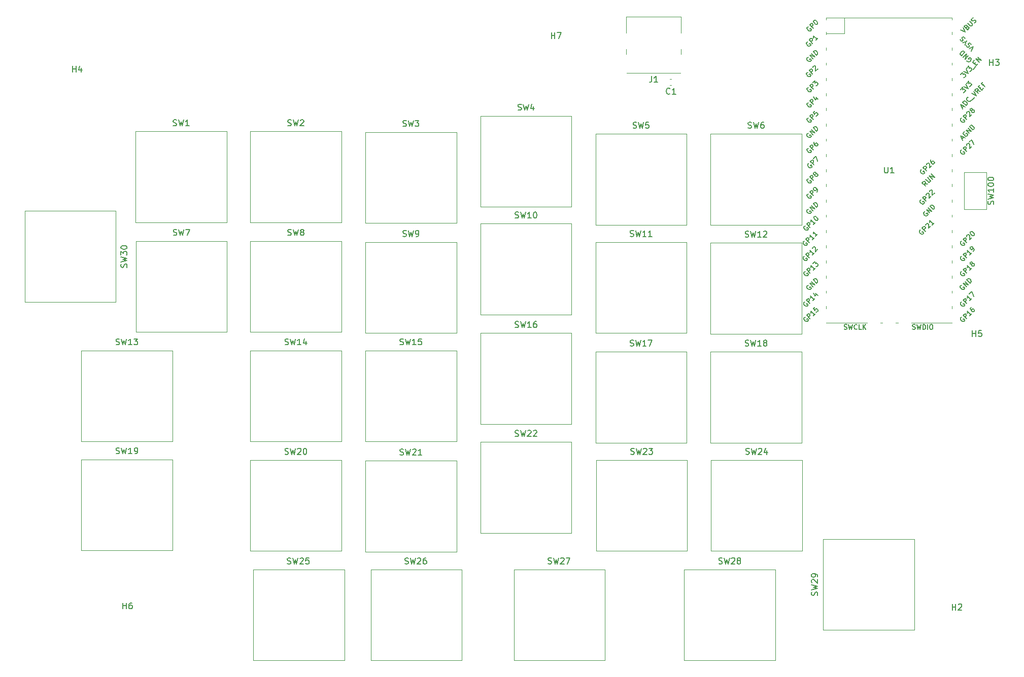
<source format=gbr>
%TF.GenerationSoftware,KiCad,Pcbnew,(6.0.6-0)*%
%TF.CreationDate,2023-01-06T16:27:02+00:00*%
%TF.ProjectId,MacSplit60,4d616353-706c-4697-9436-302e6b696361,rev?*%
%TF.SameCoordinates,Original*%
%TF.FileFunction,Legend,Top*%
%TF.FilePolarity,Positive*%
%FSLAX46Y46*%
G04 Gerber Fmt 4.6, Leading zero omitted, Abs format (unit mm)*
G04 Created by KiCad (PCBNEW (6.0.6-0)) date 2023-01-06 16:27:02*
%MOMM*%
%LPD*%
G01*
G04 APERTURE LIST*
%ADD10C,0.150000*%
%ADD11C,0.120000*%
G04 APERTURE END LIST*
D10*
%TO.C,C1*%
X196423333Y-48267142D02*
X196375714Y-48314761D01*
X196232857Y-48362380D01*
X196137619Y-48362380D01*
X195994761Y-48314761D01*
X195899523Y-48219523D01*
X195851904Y-48124285D01*
X195804285Y-47933809D01*
X195804285Y-47790952D01*
X195851904Y-47600476D01*
X195899523Y-47505238D01*
X195994761Y-47410000D01*
X196137619Y-47362380D01*
X196232857Y-47362380D01*
X196375714Y-47410000D01*
X196423333Y-47457619D01*
X197375714Y-48362380D02*
X196804285Y-48362380D01*
X197090000Y-48362380D02*
X197090000Y-47362380D01*
X196994761Y-47505238D01*
X196899523Y-47600476D01*
X196804285Y-47648095D01*
%TO.C,SW2*%
X132666666Y-53604761D02*
X132809523Y-53652380D01*
X133047619Y-53652380D01*
X133142857Y-53604761D01*
X133190476Y-53557142D01*
X133238095Y-53461904D01*
X133238095Y-53366666D01*
X133190476Y-53271428D01*
X133142857Y-53223809D01*
X133047619Y-53176190D01*
X132857142Y-53128571D01*
X132761904Y-53080952D01*
X132714285Y-53033333D01*
X132666666Y-52938095D01*
X132666666Y-52842857D01*
X132714285Y-52747619D01*
X132761904Y-52700000D01*
X132857142Y-52652380D01*
X133095238Y-52652380D01*
X133238095Y-52700000D01*
X133571428Y-52652380D02*
X133809523Y-53652380D01*
X134000000Y-52938095D01*
X134190476Y-53652380D01*
X134428571Y-52652380D01*
X134761904Y-52747619D02*
X134809523Y-52700000D01*
X134904761Y-52652380D01*
X135142857Y-52652380D01*
X135238095Y-52700000D01*
X135285714Y-52747619D01*
X135333333Y-52842857D01*
X135333333Y-52938095D01*
X135285714Y-53080952D01*
X134714285Y-53652380D01*
X135333333Y-53652380D01*
%TO.C,SW18*%
X208990476Y-90404761D02*
X209133333Y-90452380D01*
X209371428Y-90452380D01*
X209466666Y-90404761D01*
X209514285Y-90357142D01*
X209561904Y-90261904D01*
X209561904Y-90166666D01*
X209514285Y-90071428D01*
X209466666Y-90023809D01*
X209371428Y-89976190D01*
X209180952Y-89928571D01*
X209085714Y-89880952D01*
X209038095Y-89833333D01*
X208990476Y-89738095D01*
X208990476Y-89642857D01*
X209038095Y-89547619D01*
X209085714Y-89500000D01*
X209180952Y-89452380D01*
X209419047Y-89452380D01*
X209561904Y-89500000D01*
X209895238Y-89452380D02*
X210133333Y-90452380D01*
X210323809Y-89738095D01*
X210514285Y-90452380D01*
X210752380Y-89452380D01*
X211657142Y-90452380D02*
X211085714Y-90452380D01*
X211371428Y-90452380D02*
X211371428Y-89452380D01*
X211276190Y-89595238D01*
X211180952Y-89690476D01*
X211085714Y-89738095D01*
X212228571Y-89880952D02*
X212133333Y-89833333D01*
X212085714Y-89785714D01*
X212038095Y-89690476D01*
X212038095Y-89642857D01*
X212085714Y-89547619D01*
X212133333Y-89500000D01*
X212228571Y-89452380D01*
X212419047Y-89452380D01*
X212514285Y-89500000D01*
X212561904Y-89547619D01*
X212609523Y-89642857D01*
X212609523Y-89690476D01*
X212561904Y-89785714D01*
X212514285Y-89833333D01*
X212419047Y-89880952D01*
X212228571Y-89880952D01*
X212133333Y-89928571D01*
X212085714Y-89976190D01*
X212038095Y-90071428D01*
X212038095Y-90261904D01*
X212085714Y-90357142D01*
X212133333Y-90404761D01*
X212228571Y-90452380D01*
X212419047Y-90452380D01*
X212514285Y-90404761D01*
X212561904Y-90357142D01*
X212609523Y-90261904D01*
X212609523Y-90071428D01*
X212561904Y-89976190D01*
X212514285Y-89928571D01*
X212419047Y-89880952D01*
%TO.C,U1*%
X232238095Y-60552380D02*
X232238095Y-61361904D01*
X232285714Y-61457142D01*
X232333333Y-61504761D01*
X232428571Y-61552380D01*
X232619047Y-61552380D01*
X232714285Y-61504761D01*
X232761904Y-61457142D01*
X232809523Y-61361904D01*
X232809523Y-60552380D01*
X233809523Y-61552380D02*
X233238095Y-61552380D01*
X233523809Y-61552380D02*
X233523809Y-60552380D01*
X233428571Y-60695238D01*
X233333333Y-60790476D01*
X233238095Y-60838095D01*
X225490476Y-87623809D02*
X225604761Y-87661904D01*
X225795238Y-87661904D01*
X225871428Y-87623809D01*
X225909523Y-87585714D01*
X225947619Y-87509523D01*
X225947619Y-87433333D01*
X225909523Y-87357142D01*
X225871428Y-87319047D01*
X225795238Y-87280952D01*
X225642857Y-87242857D01*
X225566666Y-87204761D01*
X225528571Y-87166666D01*
X225490476Y-87090476D01*
X225490476Y-87014285D01*
X225528571Y-86938095D01*
X225566666Y-86900000D01*
X225642857Y-86861904D01*
X225833333Y-86861904D01*
X225947619Y-86900000D01*
X226214285Y-86861904D02*
X226404761Y-87661904D01*
X226557142Y-87090476D01*
X226709523Y-87661904D01*
X226900000Y-86861904D01*
X227661904Y-87585714D02*
X227623809Y-87623809D01*
X227509523Y-87661904D01*
X227433333Y-87661904D01*
X227319047Y-87623809D01*
X227242857Y-87547619D01*
X227204761Y-87471428D01*
X227166666Y-87319047D01*
X227166666Y-87204761D01*
X227204761Y-87052380D01*
X227242857Y-86976190D01*
X227319047Y-86900000D01*
X227433333Y-86861904D01*
X227509523Y-86861904D01*
X227623809Y-86900000D01*
X227661904Y-86938095D01*
X228385714Y-87661904D02*
X228004761Y-87661904D01*
X228004761Y-86861904D01*
X228652380Y-87661904D02*
X228652380Y-86861904D01*
X229109523Y-87661904D02*
X228766666Y-87204761D01*
X229109523Y-86861904D02*
X228652380Y-87319047D01*
X218843722Y-72920592D02*
X218762910Y-72947529D01*
X218682097Y-73028341D01*
X218628223Y-73136091D01*
X218628223Y-73243841D01*
X218655160Y-73324653D01*
X218735972Y-73459340D01*
X218816784Y-73540152D01*
X218951471Y-73620964D01*
X219032284Y-73647902D01*
X219140033Y-73647902D01*
X219247783Y-73594027D01*
X219301658Y-73540152D01*
X219355532Y-73432402D01*
X219355532Y-73378528D01*
X219166971Y-73189966D01*
X219059221Y-73297715D01*
X219651844Y-73189966D02*
X219086158Y-72624280D01*
X219301658Y-72408781D01*
X219382470Y-72381844D01*
X219436345Y-72381844D01*
X219517157Y-72408781D01*
X219597969Y-72489593D01*
X219624906Y-72570406D01*
X219624906Y-72624280D01*
X219597969Y-72705093D01*
X219382470Y-72920592D01*
X220513841Y-72327969D02*
X220190592Y-72651218D01*
X220352216Y-72489593D02*
X219786531Y-71923908D01*
X219813468Y-72058595D01*
X219813468Y-72166345D01*
X219786531Y-72247157D01*
X221052589Y-71789221D02*
X220729340Y-72112470D01*
X220890964Y-71950845D02*
X220325279Y-71385160D01*
X220352216Y-71519847D01*
X220352216Y-71627597D01*
X220325279Y-71708409D01*
X245948155Y-42763841D02*
X245975093Y-42844653D01*
X246055905Y-42925465D01*
X246163654Y-42979340D01*
X246271404Y-42979340D01*
X246352216Y-42952402D01*
X246486903Y-42871590D01*
X246567715Y-42790778D01*
X246648528Y-42656091D01*
X246675465Y-42575279D01*
X246675465Y-42467529D01*
X246621590Y-42359780D01*
X246567715Y-42305905D01*
X246459966Y-42252030D01*
X246406091Y-42252030D01*
X246217529Y-42440592D01*
X246325279Y-42548341D01*
X246217529Y-41955719D02*
X245651844Y-42521404D01*
X245894280Y-41632470D01*
X245328595Y-42198155D01*
X245624906Y-41363096D02*
X245059221Y-41928781D01*
X244924534Y-41794094D01*
X244870659Y-41686345D01*
X244870659Y-41578595D01*
X244897597Y-41497783D01*
X244978409Y-41363096D01*
X245059221Y-41282284D01*
X245193908Y-41201471D01*
X245274720Y-41174534D01*
X245382470Y-41174534D01*
X245490219Y-41228409D01*
X245624906Y-41363096D01*
X245097722Y-72920592D02*
X245016910Y-72947529D01*
X244936097Y-73028341D01*
X244882223Y-73136091D01*
X244882223Y-73243841D01*
X244909160Y-73324653D01*
X244989972Y-73459340D01*
X245070784Y-73540152D01*
X245205471Y-73620964D01*
X245286284Y-73647902D01*
X245394033Y-73647902D01*
X245501783Y-73594027D01*
X245555658Y-73540152D01*
X245609532Y-73432402D01*
X245609532Y-73378528D01*
X245420971Y-73189966D01*
X245313221Y-73297715D01*
X245905844Y-73189966D02*
X245340158Y-72624280D01*
X245555658Y-72408781D01*
X245636470Y-72381844D01*
X245690345Y-72381844D01*
X245771157Y-72408781D01*
X245851969Y-72489593D01*
X245878906Y-72570406D01*
X245878906Y-72624280D01*
X245851969Y-72705093D01*
X245636470Y-72920592D01*
X245932781Y-72139407D02*
X245932781Y-72085532D01*
X245959719Y-72004720D01*
X246094406Y-71870033D01*
X246175218Y-71843096D01*
X246229093Y-71843096D01*
X246309905Y-71870033D01*
X246363780Y-71923908D01*
X246417654Y-72031658D01*
X246417654Y-72678155D01*
X246767841Y-72327969D01*
X246552341Y-71412097D02*
X246606216Y-71358223D01*
X246687028Y-71331285D01*
X246740903Y-71331285D01*
X246821715Y-71358223D01*
X246956402Y-71439035D01*
X247091089Y-71573722D01*
X247171902Y-71708409D01*
X247198839Y-71789221D01*
X247198839Y-71843096D01*
X247171902Y-71923908D01*
X247118027Y-71977783D01*
X247037215Y-72004720D01*
X246983340Y-72004720D01*
X246902528Y-71977783D01*
X246767841Y-71896971D01*
X246633154Y-71762284D01*
X246552341Y-71627597D01*
X246525404Y-71546784D01*
X246525404Y-71492910D01*
X246552341Y-71412097D01*
X245151597Y-55840964D02*
X245420971Y-55571590D01*
X245259346Y-56056463D02*
X244882223Y-55302216D01*
X245636470Y-55679340D01*
X245582595Y-54655719D02*
X245501783Y-54682656D01*
X245420971Y-54763468D01*
X245367096Y-54871218D01*
X245367096Y-54978967D01*
X245394033Y-55059780D01*
X245474845Y-55194467D01*
X245555658Y-55275279D01*
X245690345Y-55356091D01*
X245771157Y-55383028D01*
X245878906Y-55383028D01*
X245986656Y-55329154D01*
X246040531Y-55275279D01*
X246094406Y-55167529D01*
X246094406Y-55113654D01*
X245905844Y-54925093D01*
X245798094Y-55032842D01*
X246390717Y-54925093D02*
X245825032Y-54359407D01*
X246713966Y-54601844D01*
X246148280Y-54036158D01*
X246983340Y-54332470D02*
X246417654Y-53766784D01*
X246552341Y-53632097D01*
X246660091Y-53578223D01*
X246767841Y-53578223D01*
X246848653Y-53605160D01*
X246983340Y-53685972D01*
X247064152Y-53766784D01*
X247144964Y-53901471D01*
X247171902Y-53982284D01*
X247171902Y-54090033D01*
X247118027Y-54197783D01*
X246983340Y-54332470D01*
X219513096Y-65031218D02*
X219432284Y-65058155D01*
X219351471Y-65138967D01*
X219297597Y-65246717D01*
X219297597Y-65354467D01*
X219324534Y-65435279D01*
X219405346Y-65569966D01*
X219486158Y-65650778D01*
X219620845Y-65731590D01*
X219701658Y-65758528D01*
X219809407Y-65758528D01*
X219917157Y-65704653D01*
X219971032Y-65650778D01*
X220024906Y-65543028D01*
X220024906Y-65489154D01*
X219836345Y-65300592D01*
X219728595Y-65408341D01*
X220321218Y-65300592D02*
X219755532Y-64734906D01*
X219971032Y-64519407D01*
X220051844Y-64492470D01*
X220105719Y-64492470D01*
X220186531Y-64519407D01*
X220267343Y-64600219D01*
X220294280Y-64681032D01*
X220294280Y-64734906D01*
X220267343Y-64815719D01*
X220051844Y-65031218D01*
X220913841Y-64707969D02*
X221021590Y-64600219D01*
X221048528Y-64519407D01*
X221048528Y-64465532D01*
X221021590Y-64330845D01*
X220940778Y-64196158D01*
X220725279Y-63980659D01*
X220644467Y-63953722D01*
X220590592Y-63953722D01*
X220509780Y-63980659D01*
X220402030Y-64088409D01*
X220375093Y-64169221D01*
X220375093Y-64223096D01*
X220402030Y-64303908D01*
X220536717Y-64438595D01*
X220617529Y-64465532D01*
X220671404Y-64465532D01*
X220752216Y-64438595D01*
X220859966Y-64330845D01*
X220886903Y-64250033D01*
X220886903Y-64196158D01*
X220859966Y-64115346D01*
X219513096Y-47251218D02*
X219432284Y-47278155D01*
X219351471Y-47358967D01*
X219297597Y-47466717D01*
X219297597Y-47574467D01*
X219324534Y-47655279D01*
X219405346Y-47789966D01*
X219486158Y-47870778D01*
X219620845Y-47951590D01*
X219701658Y-47978528D01*
X219809407Y-47978528D01*
X219917157Y-47924653D01*
X219971032Y-47870778D01*
X220024906Y-47763028D01*
X220024906Y-47709154D01*
X219836345Y-47520592D01*
X219728595Y-47628341D01*
X220321218Y-47520592D02*
X219755532Y-46954906D01*
X219971032Y-46739407D01*
X220051844Y-46712470D01*
X220105719Y-46712470D01*
X220186531Y-46739407D01*
X220267343Y-46820219D01*
X220294280Y-46901032D01*
X220294280Y-46954906D01*
X220267343Y-47035719D01*
X220051844Y-47251218D01*
X220267343Y-46443096D02*
X220617529Y-46092910D01*
X220644467Y-46496971D01*
X220725279Y-46416158D01*
X220806091Y-46389221D01*
X220859966Y-46389221D01*
X220940778Y-46416158D01*
X221075465Y-46550845D01*
X221102402Y-46631658D01*
X221102402Y-46685532D01*
X221075465Y-46766345D01*
X220913841Y-46927969D01*
X220833028Y-46954906D01*
X220779154Y-46954906D01*
X219513096Y-62491218D02*
X219432284Y-62518155D01*
X219351471Y-62598967D01*
X219297597Y-62706717D01*
X219297597Y-62814467D01*
X219324534Y-62895279D01*
X219405346Y-63029966D01*
X219486158Y-63110778D01*
X219620845Y-63191590D01*
X219701658Y-63218528D01*
X219809407Y-63218528D01*
X219917157Y-63164653D01*
X219971032Y-63110778D01*
X220024906Y-63003028D01*
X220024906Y-62949154D01*
X219836345Y-62760592D01*
X219728595Y-62868341D01*
X220321218Y-62760592D02*
X219755532Y-62194906D01*
X219971032Y-61979407D01*
X220051844Y-61952470D01*
X220105719Y-61952470D01*
X220186531Y-61979407D01*
X220267343Y-62060219D01*
X220294280Y-62141032D01*
X220294280Y-62194906D01*
X220267343Y-62275719D01*
X220051844Y-62491218D01*
X220644467Y-61790845D02*
X220563654Y-61817783D01*
X220509780Y-61817783D01*
X220428967Y-61790845D01*
X220402030Y-61763908D01*
X220375093Y-61683096D01*
X220375093Y-61629221D01*
X220402030Y-61548409D01*
X220509780Y-61440659D01*
X220590592Y-61413722D01*
X220644467Y-61413722D01*
X220725279Y-61440659D01*
X220752216Y-61467597D01*
X220779154Y-61548409D01*
X220779154Y-61602284D01*
X220752216Y-61683096D01*
X220644467Y-61790845D01*
X220617529Y-61871658D01*
X220617529Y-61925532D01*
X220644467Y-62006345D01*
X220752216Y-62114094D01*
X220833028Y-62141032D01*
X220886903Y-62141032D01*
X220967715Y-62114094D01*
X221075465Y-62006345D01*
X221102402Y-61925532D01*
X221102402Y-61871658D01*
X221075465Y-61790845D01*
X220967715Y-61683096D01*
X220886903Y-61656158D01*
X220833028Y-61656158D01*
X220752216Y-61683096D01*
X219513096Y-52331218D02*
X219432284Y-52358155D01*
X219351471Y-52438967D01*
X219297597Y-52546717D01*
X219297597Y-52654467D01*
X219324534Y-52735279D01*
X219405346Y-52869966D01*
X219486158Y-52950778D01*
X219620845Y-53031590D01*
X219701658Y-53058528D01*
X219809407Y-53058528D01*
X219917157Y-53004653D01*
X219971032Y-52950778D01*
X220024906Y-52843028D01*
X220024906Y-52789154D01*
X219836345Y-52600592D01*
X219728595Y-52708341D01*
X220321218Y-52600592D02*
X219755532Y-52034906D01*
X219971032Y-51819407D01*
X220051844Y-51792470D01*
X220105719Y-51792470D01*
X220186531Y-51819407D01*
X220267343Y-51900219D01*
X220294280Y-51981032D01*
X220294280Y-52034906D01*
X220267343Y-52115719D01*
X220051844Y-52331218D01*
X220590592Y-51199847D02*
X220321218Y-51469221D01*
X220563654Y-51765532D01*
X220563654Y-51711658D01*
X220590592Y-51630845D01*
X220725279Y-51496158D01*
X220806091Y-51469221D01*
X220859966Y-51469221D01*
X220940778Y-51496158D01*
X221075465Y-51630845D01*
X221102402Y-51711658D01*
X221102402Y-51765532D01*
X221075465Y-51846345D01*
X220940778Y-51981032D01*
X220859966Y-52007969D01*
X220806091Y-52007969D01*
X244953129Y-37627309D02*
X245707377Y-38004433D01*
X245330253Y-37250186D01*
X245976751Y-37142436D02*
X246084500Y-37088561D01*
X246138375Y-37088561D01*
X246219187Y-37115499D01*
X246300000Y-37196311D01*
X246326937Y-37277123D01*
X246326937Y-37330998D01*
X246300000Y-37411810D01*
X246084500Y-37627309D01*
X245518815Y-37061624D01*
X245707377Y-36873062D01*
X245788189Y-36846125D01*
X245842064Y-36846125D01*
X245922876Y-36873062D01*
X245976751Y-36926937D01*
X246003688Y-37007749D01*
X246003688Y-37061624D01*
X245976751Y-37142436D01*
X245788189Y-37330998D01*
X246084500Y-36495938D02*
X246542436Y-36953874D01*
X246623248Y-36980812D01*
X246677123Y-36980812D01*
X246757935Y-36953874D01*
X246865685Y-36846125D01*
X246892622Y-36765312D01*
X246892622Y-36711438D01*
X246865685Y-36630625D01*
X246407749Y-36172690D01*
X247188934Y-36469001D02*
X247296683Y-36415126D01*
X247431370Y-36280439D01*
X247458308Y-36199627D01*
X247458308Y-36145752D01*
X247431370Y-36064940D01*
X247377496Y-36011065D01*
X247296683Y-35984128D01*
X247242809Y-35984128D01*
X247161996Y-36011065D01*
X247027309Y-36091877D01*
X246946497Y-36118815D01*
X246892622Y-36118815D01*
X246811810Y-36091877D01*
X246757935Y-36038003D01*
X246730998Y-35957190D01*
X246730998Y-35903316D01*
X246757935Y-35822503D01*
X246892622Y-35687816D01*
X247000372Y-35633942D01*
X245154788Y-50633773D02*
X245424162Y-50364399D01*
X245262537Y-50849272D02*
X244885414Y-50095025D01*
X245639661Y-50472149D01*
X245828223Y-50283587D02*
X245262537Y-49717902D01*
X245397224Y-49583215D01*
X245504974Y-49529340D01*
X245612723Y-49529340D01*
X245693536Y-49556277D01*
X245828223Y-49637089D01*
X245909035Y-49717902D01*
X245989847Y-49852589D01*
X246016784Y-49933401D01*
X246016784Y-50041150D01*
X245962910Y-50148900D01*
X245828223Y-50283587D01*
X246663282Y-49340778D02*
X246663282Y-49394653D01*
X246609407Y-49502402D01*
X246555532Y-49556277D01*
X246447783Y-49610152D01*
X246340033Y-49610152D01*
X246259221Y-49583215D01*
X246124534Y-49502402D01*
X246043722Y-49421590D01*
X245962910Y-49286903D01*
X245935972Y-49206091D01*
X245935972Y-49098341D01*
X245989847Y-48990592D01*
X246043722Y-48936717D01*
X246151471Y-48882842D01*
X246205346Y-48882842D01*
X246878781Y-49340778D02*
X247309780Y-48909780D01*
X246744094Y-48236345D02*
X247498341Y-48613468D01*
X247121218Y-47859221D01*
X248198714Y-47913096D02*
X247740778Y-47832284D01*
X247875465Y-48236345D02*
X247309780Y-47670659D01*
X247525279Y-47455160D01*
X247606091Y-47428223D01*
X247659966Y-47428223D01*
X247740778Y-47455160D01*
X247821590Y-47535972D01*
X247848528Y-47616784D01*
X247848528Y-47670659D01*
X247821590Y-47751471D01*
X247606091Y-47966971D01*
X248144839Y-47374348D02*
X248333401Y-47185786D01*
X248710524Y-47401285D02*
X248441150Y-47670659D01*
X247875465Y-47104974D01*
X248144839Y-46835600D01*
X248845211Y-46673975D02*
X248656650Y-46862537D01*
X248952961Y-47158849D02*
X248387276Y-46593163D01*
X248656650Y-46323789D01*
X219513096Y-37091218D02*
X219432284Y-37118155D01*
X219351471Y-37198967D01*
X219297597Y-37306717D01*
X219297597Y-37414467D01*
X219324534Y-37495279D01*
X219405346Y-37629966D01*
X219486158Y-37710778D01*
X219620845Y-37791590D01*
X219701658Y-37818528D01*
X219809407Y-37818528D01*
X219917157Y-37764653D01*
X219971032Y-37710778D01*
X220024906Y-37603028D01*
X220024906Y-37549154D01*
X219836345Y-37360592D01*
X219728595Y-37468341D01*
X220321218Y-37360592D02*
X219755532Y-36794906D01*
X219971032Y-36579407D01*
X220051844Y-36552470D01*
X220105719Y-36552470D01*
X220186531Y-36579407D01*
X220267343Y-36660219D01*
X220294280Y-36741032D01*
X220294280Y-36794906D01*
X220267343Y-36875719D01*
X220051844Y-37091218D01*
X220428967Y-36121471D02*
X220482842Y-36067597D01*
X220563654Y-36040659D01*
X220617529Y-36040659D01*
X220698341Y-36067597D01*
X220833028Y-36148409D01*
X220967715Y-36283096D01*
X221048528Y-36417783D01*
X221075465Y-36498595D01*
X221075465Y-36552470D01*
X221048528Y-36633282D01*
X220994653Y-36687157D01*
X220913841Y-36714094D01*
X220859966Y-36714094D01*
X220779154Y-36687157D01*
X220644467Y-36606345D01*
X220509780Y-36471658D01*
X220428967Y-36336971D01*
X220402030Y-36256158D01*
X220402030Y-36202284D01*
X220428967Y-36121471D01*
X238966158Y-67968155D02*
X238885346Y-67995093D01*
X238804534Y-68075905D01*
X238750659Y-68183654D01*
X238750659Y-68291404D01*
X238777597Y-68372216D01*
X238858409Y-68506903D01*
X238939221Y-68587715D01*
X239073908Y-68668528D01*
X239154720Y-68695465D01*
X239262470Y-68695465D01*
X239370219Y-68641590D01*
X239424094Y-68587715D01*
X239477969Y-68479966D01*
X239477969Y-68426091D01*
X239289407Y-68237529D01*
X239181658Y-68345279D01*
X239774280Y-68237529D02*
X239208595Y-67671844D01*
X240097529Y-67914280D01*
X239531844Y-67348595D01*
X240366903Y-67644906D02*
X239801218Y-67079221D01*
X239935905Y-66944534D01*
X240043654Y-66890659D01*
X240151404Y-66890659D01*
X240232216Y-66917597D01*
X240366903Y-66998409D01*
X240447715Y-67079221D01*
X240528528Y-67213908D01*
X240555465Y-67294720D01*
X240555465Y-67402470D01*
X240501590Y-67510219D01*
X240366903Y-67644906D01*
X218989722Y-85620592D02*
X218908910Y-85647529D01*
X218828097Y-85728341D01*
X218774223Y-85836091D01*
X218774223Y-85943841D01*
X218801160Y-86024653D01*
X218881972Y-86159340D01*
X218962784Y-86240152D01*
X219097471Y-86320964D01*
X219178284Y-86347902D01*
X219286033Y-86347902D01*
X219393783Y-86294027D01*
X219447658Y-86240152D01*
X219501532Y-86132402D01*
X219501532Y-86078528D01*
X219312971Y-85889966D01*
X219205221Y-85997715D01*
X219797844Y-85889966D02*
X219232158Y-85324280D01*
X219447658Y-85108781D01*
X219528470Y-85081844D01*
X219582345Y-85081844D01*
X219663157Y-85108781D01*
X219743969Y-85189593D01*
X219770906Y-85270406D01*
X219770906Y-85324280D01*
X219743969Y-85405093D01*
X219528470Y-85620592D01*
X220659841Y-85027969D02*
X220336592Y-85351218D01*
X220498216Y-85189593D02*
X219932531Y-84623908D01*
X219959468Y-84758595D01*
X219959468Y-84866345D01*
X219932531Y-84947157D01*
X220605966Y-83950473D02*
X220336592Y-84219847D01*
X220579028Y-84516158D01*
X220579028Y-84462284D01*
X220605966Y-84381471D01*
X220740653Y-84246784D01*
X220821465Y-84219847D01*
X220875340Y-84219847D01*
X220956152Y-84246784D01*
X221090839Y-84381471D01*
X221117776Y-84462284D01*
X221117776Y-84516158D01*
X221090839Y-84596971D01*
X220956152Y-84731658D01*
X220875340Y-84758595D01*
X220821465Y-84758595D01*
X245097722Y-83080592D02*
X245016910Y-83107529D01*
X244936097Y-83188341D01*
X244882223Y-83296091D01*
X244882223Y-83403841D01*
X244909160Y-83484653D01*
X244989972Y-83619340D01*
X245070784Y-83700152D01*
X245205471Y-83780964D01*
X245286284Y-83807902D01*
X245394033Y-83807902D01*
X245501783Y-83754027D01*
X245555658Y-83700152D01*
X245609532Y-83592402D01*
X245609532Y-83538528D01*
X245420971Y-83349966D01*
X245313221Y-83457715D01*
X245905844Y-83349966D02*
X245340158Y-82784280D01*
X245555658Y-82568781D01*
X245636470Y-82541844D01*
X245690345Y-82541844D01*
X245771157Y-82568781D01*
X245851969Y-82649593D01*
X245878906Y-82730406D01*
X245878906Y-82784280D01*
X245851969Y-82865093D01*
X245636470Y-83080592D01*
X246767841Y-82487969D02*
X246444592Y-82811218D01*
X246606216Y-82649593D02*
X246040531Y-82083908D01*
X246067468Y-82218595D01*
X246067468Y-82326345D01*
X246040531Y-82407157D01*
X246390717Y-81733722D02*
X246767841Y-81356598D01*
X247091089Y-82164720D01*
X219486158Y-67598155D02*
X219405346Y-67625093D01*
X219324534Y-67705905D01*
X219270659Y-67813654D01*
X219270659Y-67921404D01*
X219297597Y-68002216D01*
X219378409Y-68136903D01*
X219459221Y-68217715D01*
X219593908Y-68298528D01*
X219674720Y-68325465D01*
X219782470Y-68325465D01*
X219890219Y-68271590D01*
X219944094Y-68217715D01*
X219997969Y-68109966D01*
X219997969Y-68056091D01*
X219809407Y-67867529D01*
X219701658Y-67975279D01*
X220294280Y-67867529D02*
X219728595Y-67301844D01*
X220617529Y-67544280D01*
X220051844Y-66978595D01*
X220886903Y-67274906D02*
X220321218Y-66709221D01*
X220455905Y-66574534D01*
X220563654Y-66520659D01*
X220671404Y-66520659D01*
X220752216Y-66547597D01*
X220886903Y-66628409D01*
X220967715Y-66709221D01*
X221048528Y-66843908D01*
X221075465Y-66924720D01*
X221075465Y-67032470D01*
X221021590Y-67140219D01*
X220886903Y-67274906D01*
X244922131Y-45058308D02*
X245272317Y-44708122D01*
X245299255Y-45112183D01*
X245380067Y-45031370D01*
X245460879Y-45004433D01*
X245514754Y-45004433D01*
X245595566Y-45031370D01*
X245730253Y-45166057D01*
X245757190Y-45246870D01*
X245757190Y-45300744D01*
X245730253Y-45381557D01*
X245568629Y-45543181D01*
X245487816Y-45570118D01*
X245433942Y-45570118D01*
X245433942Y-44546497D02*
X246188189Y-44923621D01*
X245811065Y-44169374D01*
X245945752Y-44034687D02*
X246295938Y-43684500D01*
X246322876Y-44088561D01*
X246403688Y-44007749D01*
X246484500Y-43980812D01*
X246538375Y-43980812D01*
X246619187Y-44007749D01*
X246753874Y-44142436D01*
X246780812Y-44223248D01*
X246780812Y-44277123D01*
X246753874Y-44357935D01*
X246592250Y-44519560D01*
X246511438Y-44546497D01*
X246457563Y-44546497D01*
X247023248Y-44196311D02*
X247454247Y-43765312D01*
X247238748Y-43280439D02*
X247427309Y-43091877D01*
X247804433Y-43307377D02*
X247535059Y-43576751D01*
X246969374Y-43011065D01*
X247238748Y-42741691D01*
X248046870Y-43064940D02*
X247481184Y-42499255D01*
X248370118Y-42741691D01*
X247804433Y-42176006D01*
X246689966Y-41159526D02*
X247067089Y-40405279D01*
X246312842Y-40782402D01*
X246689966Y-40082030D02*
X246636091Y-39974280D01*
X246501404Y-39839593D01*
X246420592Y-39812656D01*
X246366717Y-39812656D01*
X246285905Y-39839593D01*
X246232030Y-39893468D01*
X246205093Y-39974280D01*
X246205093Y-40028155D01*
X246232030Y-40108967D01*
X246312842Y-40243654D01*
X246339780Y-40324467D01*
X246339780Y-40378341D01*
X246312842Y-40459154D01*
X246258967Y-40513028D01*
X246178155Y-40539966D01*
X246124280Y-40539966D01*
X246043468Y-40513028D01*
X245908781Y-40378341D01*
X245854906Y-40270592D01*
X245774094Y-39651032D02*
X246043468Y-39381658D01*
X245666345Y-40135905D02*
X245774094Y-39651032D01*
X245289221Y-39758781D01*
X245666345Y-39058409D02*
X245612470Y-38950659D01*
X245477783Y-38815972D01*
X245396971Y-38789035D01*
X245343096Y-38789035D01*
X245262284Y-38815972D01*
X245208409Y-38869847D01*
X245181471Y-38950659D01*
X245181471Y-39004534D01*
X245208409Y-39085346D01*
X245289221Y-39220033D01*
X245316158Y-39300845D01*
X245316158Y-39354720D01*
X245289221Y-39435532D01*
X245235346Y-39489407D01*
X245154534Y-39516345D01*
X245100659Y-39516345D01*
X245019847Y-39489407D01*
X244885160Y-39354720D01*
X244831285Y-39246971D01*
X219513096Y-57411218D02*
X219432284Y-57438155D01*
X219351471Y-57518967D01*
X219297597Y-57626717D01*
X219297597Y-57734467D01*
X219324534Y-57815279D01*
X219405346Y-57949966D01*
X219486158Y-58030778D01*
X219620845Y-58111590D01*
X219701658Y-58138528D01*
X219809407Y-58138528D01*
X219917157Y-58084653D01*
X219971032Y-58030778D01*
X220024906Y-57923028D01*
X220024906Y-57869154D01*
X219836345Y-57680592D01*
X219728595Y-57788341D01*
X220321218Y-57680592D02*
X219755532Y-57114906D01*
X219971032Y-56899407D01*
X220051844Y-56872470D01*
X220105719Y-56872470D01*
X220186531Y-56899407D01*
X220267343Y-56980219D01*
X220294280Y-57061032D01*
X220294280Y-57114906D01*
X220267343Y-57195719D01*
X220051844Y-57411218D01*
X220563654Y-56306784D02*
X220455905Y-56414534D01*
X220428967Y-56495346D01*
X220428967Y-56549221D01*
X220455905Y-56683908D01*
X220536717Y-56818595D01*
X220752216Y-57034094D01*
X220833028Y-57061032D01*
X220886903Y-57061032D01*
X220967715Y-57034094D01*
X221075465Y-56926345D01*
X221102402Y-56845532D01*
X221102402Y-56791658D01*
X221075465Y-56710845D01*
X220940778Y-56576158D01*
X220859966Y-56549221D01*
X220806091Y-56549221D01*
X220725279Y-56576158D01*
X220617529Y-56683908D01*
X220590592Y-56764720D01*
X220590592Y-56818595D01*
X220617529Y-56899407D01*
X219486158Y-42198155D02*
X219405346Y-42225093D01*
X219324534Y-42305905D01*
X219270659Y-42413654D01*
X219270659Y-42521404D01*
X219297597Y-42602216D01*
X219378409Y-42736903D01*
X219459221Y-42817715D01*
X219593908Y-42898528D01*
X219674720Y-42925465D01*
X219782470Y-42925465D01*
X219890219Y-42871590D01*
X219944094Y-42817715D01*
X219997969Y-42709966D01*
X219997969Y-42656091D01*
X219809407Y-42467529D01*
X219701658Y-42575279D01*
X220294280Y-42467529D02*
X219728595Y-41901844D01*
X220617529Y-42144280D01*
X220051844Y-41578595D01*
X220886903Y-41874906D02*
X220321218Y-41309221D01*
X220455905Y-41174534D01*
X220563654Y-41120659D01*
X220671404Y-41120659D01*
X220752216Y-41147597D01*
X220886903Y-41228409D01*
X220967715Y-41309221D01*
X221048528Y-41443908D01*
X221075465Y-41524720D01*
X221075465Y-41632470D01*
X221021590Y-41740219D01*
X220886903Y-41874906D01*
X219486158Y-80298155D02*
X219405346Y-80325093D01*
X219324534Y-80405905D01*
X219270659Y-80513654D01*
X219270659Y-80621404D01*
X219297597Y-80702216D01*
X219378409Y-80836903D01*
X219459221Y-80917715D01*
X219593908Y-80998528D01*
X219674720Y-81025465D01*
X219782470Y-81025465D01*
X219890219Y-80971590D01*
X219944094Y-80917715D01*
X219997969Y-80809966D01*
X219997969Y-80756091D01*
X219809407Y-80567529D01*
X219701658Y-80675279D01*
X220294280Y-80567529D02*
X219728595Y-80001844D01*
X220617529Y-80244280D01*
X220051844Y-79678595D01*
X220886903Y-79974906D02*
X220321218Y-79409221D01*
X220455905Y-79274534D01*
X220563654Y-79220659D01*
X220671404Y-79220659D01*
X220752216Y-79247597D01*
X220886903Y-79328409D01*
X220967715Y-79409221D01*
X221048528Y-79543908D01*
X221075465Y-79624720D01*
X221075465Y-79732470D01*
X221021590Y-79840219D01*
X220886903Y-79974906D01*
X219413096Y-39621218D02*
X219332284Y-39648155D01*
X219251471Y-39728967D01*
X219197597Y-39836717D01*
X219197597Y-39944467D01*
X219224534Y-40025279D01*
X219305346Y-40159966D01*
X219386158Y-40240778D01*
X219520845Y-40321590D01*
X219601658Y-40348528D01*
X219709407Y-40348528D01*
X219817157Y-40294653D01*
X219871032Y-40240778D01*
X219924906Y-40133028D01*
X219924906Y-40079154D01*
X219736345Y-39890592D01*
X219628595Y-39998341D01*
X220221218Y-39890592D02*
X219655532Y-39324906D01*
X219871032Y-39109407D01*
X219951844Y-39082470D01*
X220005719Y-39082470D01*
X220086531Y-39109407D01*
X220167343Y-39190219D01*
X220194280Y-39271032D01*
X220194280Y-39324906D01*
X220167343Y-39405719D01*
X219951844Y-39621218D01*
X221083215Y-39028595D02*
X220759966Y-39351844D01*
X220921590Y-39190219D02*
X220355905Y-38624534D01*
X220382842Y-38759221D01*
X220382842Y-38866971D01*
X220355905Y-38947783D01*
X218989722Y-78000592D02*
X218908910Y-78027529D01*
X218828097Y-78108341D01*
X218774223Y-78216091D01*
X218774223Y-78323841D01*
X218801160Y-78404653D01*
X218881972Y-78539340D01*
X218962784Y-78620152D01*
X219097471Y-78700964D01*
X219178284Y-78727902D01*
X219286033Y-78727902D01*
X219393783Y-78674027D01*
X219447658Y-78620152D01*
X219501532Y-78512402D01*
X219501532Y-78458528D01*
X219312971Y-78269966D01*
X219205221Y-78377715D01*
X219797844Y-78269966D02*
X219232158Y-77704280D01*
X219447658Y-77488781D01*
X219528470Y-77461844D01*
X219582345Y-77461844D01*
X219663157Y-77488781D01*
X219743969Y-77569593D01*
X219770906Y-77650406D01*
X219770906Y-77704280D01*
X219743969Y-77785093D01*
X219528470Y-78000592D01*
X220659841Y-77407969D02*
X220336592Y-77731218D01*
X220498216Y-77569593D02*
X219932531Y-77003908D01*
X219959468Y-77138595D01*
X219959468Y-77246345D01*
X219932531Y-77327157D01*
X220282717Y-76653722D02*
X220632903Y-76303536D01*
X220659841Y-76707597D01*
X220740653Y-76626784D01*
X220821465Y-76599847D01*
X220875340Y-76599847D01*
X220956152Y-76626784D01*
X221090839Y-76761471D01*
X221117776Y-76842284D01*
X221117776Y-76896158D01*
X221090839Y-76976971D01*
X220929215Y-77138595D01*
X220848402Y-77165532D01*
X220794528Y-77165532D01*
X238353722Y-65990592D02*
X238272910Y-66017529D01*
X238192097Y-66098341D01*
X238138223Y-66206091D01*
X238138223Y-66313841D01*
X238165160Y-66394653D01*
X238245972Y-66529340D01*
X238326784Y-66610152D01*
X238461471Y-66690964D01*
X238542284Y-66717902D01*
X238650033Y-66717902D01*
X238757783Y-66664027D01*
X238811658Y-66610152D01*
X238865532Y-66502402D01*
X238865532Y-66448528D01*
X238676971Y-66259966D01*
X238569221Y-66367715D01*
X239161844Y-66259966D02*
X238596158Y-65694280D01*
X238811658Y-65478781D01*
X238892470Y-65451844D01*
X238946345Y-65451844D01*
X239027157Y-65478781D01*
X239107969Y-65559593D01*
X239134906Y-65640406D01*
X239134906Y-65694280D01*
X239107969Y-65775093D01*
X238892470Y-65990592D01*
X239188781Y-65209407D02*
X239188781Y-65155532D01*
X239215719Y-65074720D01*
X239350406Y-64940033D01*
X239431218Y-64913096D01*
X239485093Y-64913096D01*
X239565905Y-64940033D01*
X239619780Y-64993908D01*
X239673654Y-65101658D01*
X239673654Y-65748155D01*
X240023841Y-65397969D01*
X239727529Y-64670659D02*
X239727529Y-64616784D01*
X239754467Y-64535972D01*
X239889154Y-64401285D01*
X239969966Y-64374348D01*
X240023841Y-64374348D01*
X240104653Y-64401285D01*
X240158528Y-64455160D01*
X240212402Y-64562910D01*
X240212402Y-65209407D01*
X240562589Y-64859221D01*
X236904761Y-87623809D02*
X237019047Y-87661904D01*
X237209523Y-87661904D01*
X237285714Y-87623809D01*
X237323809Y-87585714D01*
X237361904Y-87509523D01*
X237361904Y-87433333D01*
X237323809Y-87357142D01*
X237285714Y-87319047D01*
X237209523Y-87280952D01*
X237057142Y-87242857D01*
X236980952Y-87204761D01*
X236942857Y-87166666D01*
X236904761Y-87090476D01*
X236904761Y-87014285D01*
X236942857Y-86938095D01*
X236980952Y-86900000D01*
X237057142Y-86861904D01*
X237247619Y-86861904D01*
X237361904Y-86900000D01*
X237628571Y-86861904D02*
X237819047Y-87661904D01*
X237971428Y-87090476D01*
X238123809Y-87661904D01*
X238314285Y-86861904D01*
X238619047Y-87661904D02*
X238619047Y-86861904D01*
X238809523Y-86861904D01*
X238923809Y-86900000D01*
X239000000Y-86976190D01*
X239038095Y-87052380D01*
X239076190Y-87204761D01*
X239076190Y-87319047D01*
X239038095Y-87471428D01*
X239000000Y-87547619D01*
X238923809Y-87623809D01*
X238809523Y-87661904D01*
X238619047Y-87661904D01*
X239419047Y-87661904D02*
X239419047Y-86861904D01*
X239952380Y-86861904D02*
X240104761Y-86861904D01*
X240180952Y-86900000D01*
X240257142Y-86976190D01*
X240295238Y-87128571D01*
X240295238Y-87395238D01*
X240257142Y-87547619D01*
X240180952Y-87623809D01*
X240104761Y-87661904D01*
X239952380Y-87661904D01*
X239876190Y-87623809D01*
X239800000Y-87547619D01*
X239761904Y-87395238D01*
X239761904Y-87128571D01*
X239800000Y-86976190D01*
X239876190Y-86900000D01*
X239952380Y-86861904D01*
X238263722Y-71020592D02*
X238182910Y-71047529D01*
X238102097Y-71128341D01*
X238048223Y-71236091D01*
X238048223Y-71343841D01*
X238075160Y-71424653D01*
X238155972Y-71559340D01*
X238236784Y-71640152D01*
X238371471Y-71720964D01*
X238452284Y-71747902D01*
X238560033Y-71747902D01*
X238667783Y-71694027D01*
X238721658Y-71640152D01*
X238775532Y-71532402D01*
X238775532Y-71478528D01*
X238586971Y-71289966D01*
X238479221Y-71397715D01*
X239071844Y-71289966D02*
X238506158Y-70724280D01*
X238721658Y-70508781D01*
X238802470Y-70481844D01*
X238856345Y-70481844D01*
X238937157Y-70508781D01*
X239017969Y-70589593D01*
X239044906Y-70670406D01*
X239044906Y-70724280D01*
X239017969Y-70805093D01*
X238802470Y-71020592D01*
X239098781Y-70239407D02*
X239098781Y-70185532D01*
X239125719Y-70104720D01*
X239260406Y-69970033D01*
X239341218Y-69943096D01*
X239395093Y-69943096D01*
X239475905Y-69970033D01*
X239529780Y-70023908D01*
X239583654Y-70131658D01*
X239583654Y-70778155D01*
X239933841Y-70427969D01*
X240472589Y-69889221D02*
X240149340Y-70212470D01*
X240310964Y-70050845D02*
X239745279Y-69485160D01*
X239772216Y-69619847D01*
X239772216Y-69727597D01*
X239745279Y-69808409D01*
X218843722Y-75460592D02*
X218762910Y-75487529D01*
X218682097Y-75568341D01*
X218628223Y-75676091D01*
X218628223Y-75783841D01*
X218655160Y-75864653D01*
X218735972Y-75999340D01*
X218816784Y-76080152D01*
X218951471Y-76160964D01*
X219032284Y-76187902D01*
X219140033Y-76187902D01*
X219247783Y-76134027D01*
X219301658Y-76080152D01*
X219355532Y-75972402D01*
X219355532Y-75918528D01*
X219166971Y-75729966D01*
X219059221Y-75837715D01*
X219651844Y-75729966D02*
X219086158Y-75164280D01*
X219301658Y-74948781D01*
X219382470Y-74921844D01*
X219436345Y-74921844D01*
X219517157Y-74948781D01*
X219597969Y-75029593D01*
X219624906Y-75110406D01*
X219624906Y-75164280D01*
X219597969Y-75245093D01*
X219382470Y-75460592D01*
X220513841Y-74867969D02*
X220190592Y-75191218D01*
X220352216Y-75029593D02*
X219786531Y-74463908D01*
X219813468Y-74598595D01*
X219813468Y-74706345D01*
X219786531Y-74787157D01*
X220217529Y-74140659D02*
X220217529Y-74086784D01*
X220244467Y-74005972D01*
X220379154Y-73871285D01*
X220459966Y-73844348D01*
X220513841Y-73844348D01*
X220594653Y-73871285D01*
X220648528Y-73925160D01*
X220702402Y-74032910D01*
X220702402Y-74679407D01*
X221052589Y-74329221D01*
X219513096Y-49791218D02*
X219432284Y-49818155D01*
X219351471Y-49898967D01*
X219297597Y-50006717D01*
X219297597Y-50114467D01*
X219324534Y-50195279D01*
X219405346Y-50329966D01*
X219486158Y-50410778D01*
X219620845Y-50491590D01*
X219701658Y-50518528D01*
X219809407Y-50518528D01*
X219917157Y-50464653D01*
X219971032Y-50410778D01*
X220024906Y-50303028D01*
X220024906Y-50249154D01*
X219836345Y-50060592D01*
X219728595Y-50168341D01*
X220321218Y-50060592D02*
X219755532Y-49494906D01*
X219971032Y-49279407D01*
X220051844Y-49252470D01*
X220105719Y-49252470D01*
X220186531Y-49279407D01*
X220267343Y-49360219D01*
X220294280Y-49441032D01*
X220294280Y-49494906D01*
X220267343Y-49575719D01*
X220051844Y-49791218D01*
X220752216Y-48875346D02*
X221129340Y-49252470D01*
X220402030Y-48794534D02*
X220671404Y-49333282D01*
X221021590Y-48983096D01*
X245097722Y-78000592D02*
X245016910Y-78027529D01*
X244936097Y-78108341D01*
X244882223Y-78216091D01*
X244882223Y-78323841D01*
X244909160Y-78404653D01*
X244989972Y-78539340D01*
X245070784Y-78620152D01*
X245205471Y-78700964D01*
X245286284Y-78727902D01*
X245394033Y-78727902D01*
X245501783Y-78674027D01*
X245555658Y-78620152D01*
X245609532Y-78512402D01*
X245609532Y-78458528D01*
X245420971Y-78269966D01*
X245313221Y-78377715D01*
X245905844Y-78269966D02*
X245340158Y-77704280D01*
X245555658Y-77488781D01*
X245636470Y-77461844D01*
X245690345Y-77461844D01*
X245771157Y-77488781D01*
X245851969Y-77569593D01*
X245878906Y-77650406D01*
X245878906Y-77704280D01*
X245851969Y-77785093D01*
X245636470Y-78000592D01*
X246767841Y-77407969D02*
X246444592Y-77731218D01*
X246606216Y-77569593D02*
X246040531Y-77003908D01*
X246067468Y-77138595D01*
X246067468Y-77246345D01*
X246040531Y-77327157D01*
X246767841Y-76761471D02*
X246687028Y-76788409D01*
X246633154Y-76788409D01*
X246552341Y-76761471D01*
X246525404Y-76734534D01*
X246498467Y-76653722D01*
X246498467Y-76599847D01*
X246525404Y-76519035D01*
X246633154Y-76411285D01*
X246713966Y-76384348D01*
X246767841Y-76384348D01*
X246848653Y-76411285D01*
X246875590Y-76438223D01*
X246902528Y-76519035D01*
X246902528Y-76572910D01*
X246875590Y-76653722D01*
X246767841Y-76761471D01*
X246740903Y-76842284D01*
X246740903Y-76896158D01*
X246767841Y-76976971D01*
X246875590Y-77084720D01*
X246956402Y-77111658D01*
X247010277Y-77111658D01*
X247091089Y-77084720D01*
X247198839Y-76976971D01*
X247225776Y-76896158D01*
X247225776Y-76842284D01*
X247198839Y-76761471D01*
X247091089Y-76653722D01*
X247010277Y-76626784D01*
X246956402Y-76626784D01*
X246875590Y-76653722D01*
X218943722Y-83080592D02*
X218862910Y-83107529D01*
X218782097Y-83188341D01*
X218728223Y-83296091D01*
X218728223Y-83403841D01*
X218755160Y-83484653D01*
X218835972Y-83619340D01*
X218916784Y-83700152D01*
X219051471Y-83780964D01*
X219132284Y-83807902D01*
X219240033Y-83807902D01*
X219347783Y-83754027D01*
X219401658Y-83700152D01*
X219455532Y-83592402D01*
X219455532Y-83538528D01*
X219266971Y-83349966D01*
X219159221Y-83457715D01*
X219751844Y-83349966D02*
X219186158Y-82784280D01*
X219401658Y-82568781D01*
X219482470Y-82541844D01*
X219536345Y-82541844D01*
X219617157Y-82568781D01*
X219697969Y-82649593D01*
X219724906Y-82730406D01*
X219724906Y-82784280D01*
X219697969Y-82865093D01*
X219482470Y-83080592D01*
X220613841Y-82487969D02*
X220290592Y-82811218D01*
X220452216Y-82649593D02*
X219886531Y-82083908D01*
X219913468Y-82218595D01*
X219913468Y-82326345D01*
X219886531Y-82407157D01*
X220721590Y-81625972D02*
X221098714Y-82003096D01*
X220371404Y-81545160D02*
X220640778Y-82083908D01*
X220990964Y-81733722D01*
X218989722Y-70380592D02*
X218908910Y-70407529D01*
X218828097Y-70488341D01*
X218774223Y-70596091D01*
X218774223Y-70703841D01*
X218801160Y-70784653D01*
X218881972Y-70919340D01*
X218962784Y-71000152D01*
X219097471Y-71080964D01*
X219178284Y-71107902D01*
X219286033Y-71107902D01*
X219393783Y-71054027D01*
X219447658Y-71000152D01*
X219501532Y-70892402D01*
X219501532Y-70838528D01*
X219312971Y-70649966D01*
X219205221Y-70757715D01*
X219797844Y-70649966D02*
X219232158Y-70084280D01*
X219447658Y-69868781D01*
X219528470Y-69841844D01*
X219582345Y-69841844D01*
X219663157Y-69868781D01*
X219743969Y-69949593D01*
X219770906Y-70030406D01*
X219770906Y-70084280D01*
X219743969Y-70165093D01*
X219528470Y-70380592D01*
X220659841Y-69787969D02*
X220336592Y-70111218D01*
X220498216Y-69949593D02*
X219932531Y-69383908D01*
X219959468Y-69518595D01*
X219959468Y-69626345D01*
X219932531Y-69707157D01*
X220444341Y-68872097D02*
X220498216Y-68818223D01*
X220579028Y-68791285D01*
X220632903Y-68791285D01*
X220713715Y-68818223D01*
X220848402Y-68899035D01*
X220983089Y-69033722D01*
X221063902Y-69168409D01*
X221090839Y-69249221D01*
X221090839Y-69303096D01*
X221063902Y-69383908D01*
X221010027Y-69437783D01*
X220929215Y-69464720D01*
X220875340Y-69464720D01*
X220794528Y-69437783D01*
X220659841Y-69356971D01*
X220525154Y-69222284D01*
X220444341Y-69087597D01*
X220417404Y-69006784D01*
X220417404Y-68952910D01*
X220444341Y-68872097D01*
X219486158Y-54898155D02*
X219405346Y-54925093D01*
X219324534Y-55005905D01*
X219270659Y-55113654D01*
X219270659Y-55221404D01*
X219297597Y-55302216D01*
X219378409Y-55436903D01*
X219459221Y-55517715D01*
X219593908Y-55598528D01*
X219674720Y-55625465D01*
X219782470Y-55625465D01*
X219890219Y-55571590D01*
X219944094Y-55517715D01*
X219997969Y-55409966D01*
X219997969Y-55356091D01*
X219809407Y-55167529D01*
X219701658Y-55275279D01*
X220294280Y-55167529D02*
X219728595Y-54601844D01*
X220617529Y-54844280D01*
X220051844Y-54278595D01*
X220886903Y-54574906D02*
X220321218Y-54009221D01*
X220455905Y-53874534D01*
X220563654Y-53820659D01*
X220671404Y-53820659D01*
X220752216Y-53847597D01*
X220886903Y-53928409D01*
X220967715Y-54009221D01*
X221048528Y-54143908D01*
X221075465Y-54224720D01*
X221075465Y-54332470D01*
X221021590Y-54440219D01*
X220886903Y-54574906D01*
X245097722Y-57690592D02*
X245016910Y-57717529D01*
X244936097Y-57798341D01*
X244882223Y-57906091D01*
X244882223Y-58013841D01*
X244909160Y-58094653D01*
X244989972Y-58229340D01*
X245070784Y-58310152D01*
X245205471Y-58390964D01*
X245286284Y-58417902D01*
X245394033Y-58417902D01*
X245501783Y-58364027D01*
X245555658Y-58310152D01*
X245609532Y-58202402D01*
X245609532Y-58148528D01*
X245420971Y-57959966D01*
X245313221Y-58067715D01*
X245905844Y-57959966D02*
X245340158Y-57394280D01*
X245555658Y-57178781D01*
X245636470Y-57151844D01*
X245690345Y-57151844D01*
X245771157Y-57178781D01*
X245851969Y-57259593D01*
X245878906Y-57340406D01*
X245878906Y-57394280D01*
X245851969Y-57475093D01*
X245636470Y-57690592D01*
X245932781Y-56909407D02*
X245932781Y-56855532D01*
X245959719Y-56774720D01*
X246094406Y-56640033D01*
X246175218Y-56613096D01*
X246229093Y-56613096D01*
X246309905Y-56640033D01*
X246363780Y-56693908D01*
X246417654Y-56801658D01*
X246417654Y-57448155D01*
X246767841Y-57097969D01*
X246390717Y-56343722D02*
X246767841Y-55966598D01*
X247091089Y-56774720D01*
X219613096Y-59921218D02*
X219532284Y-59948155D01*
X219451471Y-60028967D01*
X219397597Y-60136717D01*
X219397597Y-60244467D01*
X219424534Y-60325279D01*
X219505346Y-60459966D01*
X219586158Y-60540778D01*
X219720845Y-60621590D01*
X219801658Y-60648528D01*
X219909407Y-60648528D01*
X220017157Y-60594653D01*
X220071032Y-60540778D01*
X220124906Y-60433028D01*
X220124906Y-60379154D01*
X219936345Y-60190592D01*
X219828595Y-60298341D01*
X220421218Y-60190592D02*
X219855532Y-59624906D01*
X220071032Y-59409407D01*
X220151844Y-59382470D01*
X220205719Y-59382470D01*
X220286531Y-59409407D01*
X220367343Y-59490219D01*
X220394280Y-59571032D01*
X220394280Y-59624906D01*
X220367343Y-59705719D01*
X220151844Y-59921218D01*
X220367343Y-59113096D02*
X220744467Y-58735972D01*
X221067715Y-59544094D01*
X245086158Y-80298155D02*
X245005346Y-80325093D01*
X244924534Y-80405905D01*
X244870659Y-80513654D01*
X244870659Y-80621404D01*
X244897597Y-80702216D01*
X244978409Y-80836903D01*
X245059221Y-80917715D01*
X245193908Y-80998528D01*
X245274720Y-81025465D01*
X245382470Y-81025465D01*
X245490219Y-80971590D01*
X245544094Y-80917715D01*
X245597969Y-80809966D01*
X245597969Y-80756091D01*
X245409407Y-80567529D01*
X245301658Y-80675279D01*
X245894280Y-80567529D02*
X245328595Y-80001844D01*
X246217529Y-80244280D01*
X245651844Y-79678595D01*
X246486903Y-79974906D02*
X245921218Y-79409221D01*
X246055905Y-79274534D01*
X246163654Y-79220659D01*
X246271404Y-79220659D01*
X246352216Y-79247597D01*
X246486903Y-79328409D01*
X246567715Y-79409221D01*
X246648528Y-79543908D01*
X246675465Y-79624720D01*
X246675465Y-79732470D01*
X246621590Y-79840219D01*
X246486903Y-79974906D01*
X245097722Y-75460592D02*
X245016910Y-75487529D01*
X244936097Y-75568341D01*
X244882223Y-75676091D01*
X244882223Y-75783841D01*
X244909160Y-75864653D01*
X244989972Y-75999340D01*
X245070784Y-76080152D01*
X245205471Y-76160964D01*
X245286284Y-76187902D01*
X245394033Y-76187902D01*
X245501783Y-76134027D01*
X245555658Y-76080152D01*
X245609532Y-75972402D01*
X245609532Y-75918528D01*
X245420971Y-75729966D01*
X245313221Y-75837715D01*
X245905844Y-75729966D02*
X245340158Y-75164280D01*
X245555658Y-74948781D01*
X245636470Y-74921844D01*
X245690345Y-74921844D01*
X245771157Y-74948781D01*
X245851969Y-75029593D01*
X245878906Y-75110406D01*
X245878906Y-75164280D01*
X245851969Y-75245093D01*
X245636470Y-75460592D01*
X246767841Y-74867969D02*
X246444592Y-75191218D01*
X246606216Y-75029593D02*
X246040531Y-74463908D01*
X246067468Y-74598595D01*
X246067468Y-74706345D01*
X246040531Y-74787157D01*
X247037215Y-74598595D02*
X247144964Y-74490845D01*
X247171902Y-74410033D01*
X247171902Y-74356158D01*
X247144964Y-74221471D01*
X247064152Y-74086784D01*
X246848653Y-73871285D01*
X246767841Y-73844348D01*
X246713966Y-73844348D01*
X246633154Y-73871285D01*
X246525404Y-73979035D01*
X246498467Y-74059847D01*
X246498467Y-74113722D01*
X246525404Y-74194534D01*
X246660091Y-74329221D01*
X246740903Y-74356158D01*
X246794778Y-74356158D01*
X246875590Y-74329221D01*
X246983340Y-74221471D01*
X247010277Y-74140659D01*
X247010277Y-74086784D01*
X246983340Y-74005972D01*
X219413096Y-44711218D02*
X219332284Y-44738155D01*
X219251471Y-44818967D01*
X219197597Y-44926717D01*
X219197597Y-45034467D01*
X219224534Y-45115279D01*
X219305346Y-45249966D01*
X219386158Y-45330778D01*
X219520845Y-45411590D01*
X219601658Y-45438528D01*
X219709407Y-45438528D01*
X219817157Y-45384653D01*
X219871032Y-45330778D01*
X219924906Y-45223028D01*
X219924906Y-45169154D01*
X219736345Y-44980592D01*
X219628595Y-45088341D01*
X220221218Y-44980592D02*
X219655532Y-44414906D01*
X219871032Y-44199407D01*
X219951844Y-44172470D01*
X220005719Y-44172470D01*
X220086531Y-44199407D01*
X220167343Y-44280219D01*
X220194280Y-44361032D01*
X220194280Y-44414906D01*
X220167343Y-44495719D01*
X219951844Y-44711218D01*
X220248155Y-43930033D02*
X220248155Y-43876158D01*
X220275093Y-43795346D01*
X220409780Y-43660659D01*
X220490592Y-43633722D01*
X220544467Y-43633722D01*
X220625279Y-43660659D01*
X220679154Y-43714534D01*
X220733028Y-43822284D01*
X220733028Y-44468781D01*
X221083215Y-44118595D01*
X239408375Y-63413435D02*
X238950439Y-63332622D01*
X239085126Y-63736683D02*
X238519441Y-63170998D01*
X238734940Y-62955499D01*
X238815752Y-62928561D01*
X238869627Y-62928561D01*
X238950439Y-62955499D01*
X239031251Y-63036311D01*
X239058189Y-63117123D01*
X239058189Y-63170998D01*
X239031251Y-63251810D01*
X238815752Y-63467309D01*
X239085126Y-62605312D02*
X239543062Y-63063248D01*
X239623874Y-63090186D01*
X239677749Y-63090186D01*
X239758561Y-63063248D01*
X239866311Y-62955499D01*
X239893248Y-62874687D01*
X239893248Y-62820812D01*
X239866311Y-62739999D01*
X239408375Y-62282064D01*
X240243435Y-62578375D02*
X239677749Y-62012690D01*
X240566683Y-62255126D01*
X240000998Y-61689441D01*
X238433722Y-60940592D02*
X238352910Y-60967529D01*
X238272097Y-61048341D01*
X238218223Y-61156091D01*
X238218223Y-61263841D01*
X238245160Y-61344653D01*
X238325972Y-61479340D01*
X238406784Y-61560152D01*
X238541471Y-61640964D01*
X238622284Y-61667902D01*
X238730033Y-61667902D01*
X238837783Y-61614027D01*
X238891658Y-61560152D01*
X238945532Y-61452402D01*
X238945532Y-61398528D01*
X238756971Y-61209966D01*
X238649221Y-61317715D01*
X239241844Y-61209966D02*
X238676158Y-60644280D01*
X238891658Y-60428781D01*
X238972470Y-60401844D01*
X239026345Y-60401844D01*
X239107157Y-60428781D01*
X239187969Y-60509593D01*
X239214906Y-60590406D01*
X239214906Y-60644280D01*
X239187969Y-60725093D01*
X238972470Y-60940592D01*
X239268781Y-60159407D02*
X239268781Y-60105532D01*
X239295719Y-60024720D01*
X239430406Y-59890033D01*
X239511218Y-59863096D01*
X239565093Y-59863096D01*
X239645905Y-59890033D01*
X239699780Y-59943908D01*
X239753654Y-60051658D01*
X239753654Y-60698155D01*
X240103841Y-60347969D01*
X240023028Y-59297410D02*
X239915279Y-59405160D01*
X239888341Y-59485972D01*
X239888341Y-59539847D01*
X239915279Y-59674534D01*
X239996091Y-59809221D01*
X240211590Y-60024720D01*
X240292402Y-60051658D01*
X240346277Y-60051658D01*
X240427089Y-60024720D01*
X240534839Y-59916971D01*
X240561776Y-59836158D01*
X240561776Y-59782284D01*
X240534839Y-59701471D01*
X240400152Y-59566784D01*
X240319340Y-59539847D01*
X240265465Y-59539847D01*
X240184653Y-59566784D01*
X240076903Y-59674534D01*
X240049966Y-59755346D01*
X240049966Y-59809221D01*
X240076903Y-59890033D01*
X245097722Y-85620592D02*
X245016910Y-85647529D01*
X244936097Y-85728341D01*
X244882223Y-85836091D01*
X244882223Y-85943841D01*
X244909160Y-86024653D01*
X244989972Y-86159340D01*
X245070784Y-86240152D01*
X245205471Y-86320964D01*
X245286284Y-86347902D01*
X245394033Y-86347902D01*
X245501783Y-86294027D01*
X245555658Y-86240152D01*
X245609532Y-86132402D01*
X245609532Y-86078528D01*
X245420971Y-85889966D01*
X245313221Y-85997715D01*
X245905844Y-85889966D02*
X245340158Y-85324280D01*
X245555658Y-85108781D01*
X245636470Y-85081844D01*
X245690345Y-85081844D01*
X245771157Y-85108781D01*
X245851969Y-85189593D01*
X245878906Y-85270406D01*
X245878906Y-85324280D01*
X245851969Y-85405093D01*
X245636470Y-85620592D01*
X246767841Y-85027969D02*
X246444592Y-85351218D01*
X246606216Y-85189593D02*
X246040531Y-84623908D01*
X246067468Y-84758595D01*
X246067468Y-84866345D01*
X246040531Y-84947157D01*
X246687028Y-83977410D02*
X246579279Y-84085160D01*
X246552341Y-84165972D01*
X246552341Y-84219847D01*
X246579279Y-84354534D01*
X246660091Y-84489221D01*
X246875590Y-84704720D01*
X246956402Y-84731658D01*
X247010277Y-84731658D01*
X247091089Y-84704720D01*
X247198839Y-84596971D01*
X247225776Y-84516158D01*
X247225776Y-84462284D01*
X247198839Y-84381471D01*
X247064152Y-84246784D01*
X246983340Y-84219847D01*
X246929465Y-84219847D01*
X246848653Y-84246784D01*
X246740903Y-84354534D01*
X246713966Y-84435346D01*
X246713966Y-84489221D01*
X246740903Y-84570033D01*
X245097722Y-52346592D02*
X245016910Y-52373529D01*
X244936097Y-52454341D01*
X244882223Y-52562091D01*
X244882223Y-52669841D01*
X244909160Y-52750653D01*
X244989972Y-52885340D01*
X245070784Y-52966152D01*
X245205471Y-53046964D01*
X245286284Y-53073902D01*
X245394033Y-53073902D01*
X245501783Y-53020027D01*
X245555658Y-52966152D01*
X245609532Y-52858402D01*
X245609532Y-52804528D01*
X245420971Y-52615966D01*
X245313221Y-52723715D01*
X245905844Y-52615966D02*
X245340158Y-52050280D01*
X245555658Y-51834781D01*
X245636470Y-51807844D01*
X245690345Y-51807844D01*
X245771157Y-51834781D01*
X245851969Y-51915593D01*
X245878906Y-51996406D01*
X245878906Y-52050280D01*
X245851969Y-52131093D01*
X245636470Y-52346592D01*
X245932781Y-51565407D02*
X245932781Y-51511532D01*
X245959719Y-51430720D01*
X246094406Y-51296033D01*
X246175218Y-51269096D01*
X246229093Y-51269096D01*
X246309905Y-51296033D01*
X246363780Y-51349908D01*
X246417654Y-51457658D01*
X246417654Y-52104155D01*
X246767841Y-51753969D01*
X246767841Y-51107471D02*
X246687028Y-51134409D01*
X246633154Y-51134409D01*
X246552341Y-51107471D01*
X246525404Y-51080534D01*
X246498467Y-50999722D01*
X246498467Y-50945847D01*
X246525404Y-50865035D01*
X246633154Y-50757285D01*
X246713966Y-50730348D01*
X246767841Y-50730348D01*
X246848653Y-50757285D01*
X246875590Y-50784223D01*
X246902528Y-50865035D01*
X246902528Y-50918910D01*
X246875590Y-50999722D01*
X246767841Y-51107471D01*
X246740903Y-51188284D01*
X246740903Y-51242158D01*
X246767841Y-51322971D01*
X246875590Y-51430720D01*
X246956402Y-51457658D01*
X247010277Y-51457658D01*
X247091089Y-51430720D01*
X247198839Y-51322971D01*
X247225776Y-51242158D01*
X247225776Y-51188284D01*
X247198839Y-51107471D01*
X247091089Y-50999722D01*
X247010277Y-50972784D01*
X246956402Y-50972784D01*
X246875590Y-50999722D01*
X244889847Y-47590592D02*
X245240033Y-47240406D01*
X245266971Y-47644467D01*
X245347783Y-47563654D01*
X245428595Y-47536717D01*
X245482470Y-47536717D01*
X245563282Y-47563654D01*
X245697969Y-47698341D01*
X245724906Y-47779154D01*
X245724906Y-47833028D01*
X245697969Y-47913841D01*
X245536345Y-48075465D01*
X245455532Y-48102402D01*
X245401658Y-48102402D01*
X245401658Y-47078781D02*
X246155905Y-47455905D01*
X245778781Y-46701658D01*
X245913468Y-46566971D02*
X246263654Y-46216784D01*
X246290592Y-46620845D01*
X246371404Y-46540033D01*
X246452216Y-46513096D01*
X246506091Y-46513096D01*
X246586903Y-46540033D01*
X246721590Y-46674720D01*
X246748528Y-46755532D01*
X246748528Y-46809407D01*
X246721590Y-46890219D01*
X246559966Y-47051844D01*
X246479154Y-47078781D01*
X246425279Y-47078781D01*
%TO.C,SW23*%
X189890476Y-108504761D02*
X190033333Y-108552380D01*
X190271428Y-108552380D01*
X190366666Y-108504761D01*
X190414285Y-108457142D01*
X190461904Y-108361904D01*
X190461904Y-108266666D01*
X190414285Y-108171428D01*
X190366666Y-108123809D01*
X190271428Y-108076190D01*
X190080952Y-108028571D01*
X189985714Y-107980952D01*
X189938095Y-107933333D01*
X189890476Y-107838095D01*
X189890476Y-107742857D01*
X189938095Y-107647619D01*
X189985714Y-107600000D01*
X190080952Y-107552380D01*
X190319047Y-107552380D01*
X190461904Y-107600000D01*
X190795238Y-107552380D02*
X191033333Y-108552380D01*
X191223809Y-107838095D01*
X191414285Y-108552380D01*
X191652380Y-107552380D01*
X191985714Y-107647619D02*
X192033333Y-107600000D01*
X192128571Y-107552380D01*
X192366666Y-107552380D01*
X192461904Y-107600000D01*
X192509523Y-107647619D01*
X192557142Y-107742857D01*
X192557142Y-107838095D01*
X192509523Y-107980952D01*
X191938095Y-108552380D01*
X192557142Y-108552380D01*
X192890476Y-107552380D02*
X193509523Y-107552380D01*
X193176190Y-107933333D01*
X193319047Y-107933333D01*
X193414285Y-107980952D01*
X193461904Y-108028571D01*
X193509523Y-108123809D01*
X193509523Y-108361904D01*
X193461904Y-108457142D01*
X193414285Y-108504761D01*
X193319047Y-108552380D01*
X193033333Y-108552380D01*
X192938095Y-108504761D01*
X192890476Y-108457142D01*
%TO.C,H7*%
X176638095Y-39052380D02*
X176638095Y-38052380D01*
X176638095Y-38528571D02*
X177209523Y-38528571D01*
X177209523Y-39052380D02*
X177209523Y-38052380D01*
X177590476Y-38052380D02*
X178257142Y-38052380D01*
X177828571Y-39052380D01*
%TO.C,SW29*%
X221004761Y-132109523D02*
X221052380Y-131966666D01*
X221052380Y-131728571D01*
X221004761Y-131633333D01*
X220957142Y-131585714D01*
X220861904Y-131538095D01*
X220766666Y-131538095D01*
X220671428Y-131585714D01*
X220623809Y-131633333D01*
X220576190Y-131728571D01*
X220528571Y-131919047D01*
X220480952Y-132014285D01*
X220433333Y-132061904D01*
X220338095Y-132109523D01*
X220242857Y-132109523D01*
X220147619Y-132061904D01*
X220100000Y-132014285D01*
X220052380Y-131919047D01*
X220052380Y-131680952D01*
X220100000Y-131538095D01*
X220052380Y-131204761D02*
X221052380Y-130966666D01*
X220338095Y-130776190D01*
X221052380Y-130585714D01*
X220052380Y-130347619D01*
X220147619Y-130014285D02*
X220100000Y-129966666D01*
X220052380Y-129871428D01*
X220052380Y-129633333D01*
X220100000Y-129538095D01*
X220147619Y-129490476D01*
X220242857Y-129442857D01*
X220338095Y-129442857D01*
X220480952Y-129490476D01*
X221052380Y-130061904D01*
X221052380Y-129442857D01*
X221052380Y-128966666D02*
X221052380Y-128776190D01*
X221004761Y-128680952D01*
X220957142Y-128633333D01*
X220814285Y-128538095D01*
X220623809Y-128490476D01*
X220242857Y-128490476D01*
X220147619Y-128538095D01*
X220100000Y-128585714D01*
X220052380Y-128680952D01*
X220052380Y-128871428D01*
X220100000Y-128966666D01*
X220147619Y-129014285D01*
X220242857Y-129061904D01*
X220480952Y-129061904D01*
X220576190Y-129014285D01*
X220623809Y-128966666D01*
X220671428Y-128871428D01*
X220671428Y-128680952D01*
X220623809Y-128585714D01*
X220576190Y-128538095D01*
X220480952Y-128490476D01*
%TO.C,SW14*%
X132190476Y-90204761D02*
X132333333Y-90252380D01*
X132571428Y-90252380D01*
X132666666Y-90204761D01*
X132714285Y-90157142D01*
X132761904Y-90061904D01*
X132761904Y-89966666D01*
X132714285Y-89871428D01*
X132666666Y-89823809D01*
X132571428Y-89776190D01*
X132380952Y-89728571D01*
X132285714Y-89680952D01*
X132238095Y-89633333D01*
X132190476Y-89538095D01*
X132190476Y-89442857D01*
X132238095Y-89347619D01*
X132285714Y-89300000D01*
X132380952Y-89252380D01*
X132619047Y-89252380D01*
X132761904Y-89300000D01*
X133095238Y-89252380D02*
X133333333Y-90252380D01*
X133523809Y-89538095D01*
X133714285Y-90252380D01*
X133952380Y-89252380D01*
X134857142Y-90252380D02*
X134285714Y-90252380D01*
X134571428Y-90252380D02*
X134571428Y-89252380D01*
X134476190Y-89395238D01*
X134380952Y-89490476D01*
X134285714Y-89538095D01*
X135714285Y-89585714D02*
X135714285Y-90252380D01*
X135476190Y-89204761D02*
X135238095Y-89919047D01*
X135857142Y-89919047D01*
%TO.C,J1*%
X193366666Y-45377380D02*
X193366666Y-46091666D01*
X193319047Y-46234523D01*
X193223809Y-46329761D01*
X193080952Y-46377380D01*
X192985714Y-46377380D01*
X194366666Y-46377380D02*
X193795238Y-46377380D01*
X194080952Y-46377380D02*
X194080952Y-45377380D01*
X193985714Y-45520238D01*
X193890476Y-45615476D01*
X193795238Y-45663095D01*
%TO.C,SW13*%
X103990767Y-90204761D02*
X104133624Y-90252380D01*
X104371719Y-90252380D01*
X104466957Y-90204761D01*
X104514576Y-90157142D01*
X104562195Y-90061904D01*
X104562195Y-89966666D01*
X104514576Y-89871428D01*
X104466957Y-89823809D01*
X104371719Y-89776190D01*
X104181243Y-89728571D01*
X104086005Y-89680952D01*
X104038386Y-89633333D01*
X103990767Y-89538095D01*
X103990767Y-89442857D01*
X104038386Y-89347619D01*
X104086005Y-89300000D01*
X104181243Y-89252380D01*
X104419338Y-89252380D01*
X104562195Y-89300000D01*
X104895529Y-89252380D02*
X105133624Y-90252380D01*
X105324100Y-89538095D01*
X105514576Y-90252380D01*
X105752671Y-89252380D01*
X106657433Y-90252380D02*
X106086005Y-90252380D01*
X106371719Y-90252380D02*
X106371719Y-89252380D01*
X106276481Y-89395238D01*
X106181243Y-89490476D01*
X106086005Y-89538095D01*
X106990767Y-89252380D02*
X107609814Y-89252380D01*
X107276481Y-89633333D01*
X107419338Y-89633333D01*
X107514576Y-89680952D01*
X107562195Y-89728571D01*
X107609814Y-89823809D01*
X107609814Y-90061904D01*
X107562195Y-90157142D01*
X107514576Y-90204761D01*
X107419338Y-90252380D01*
X107133624Y-90252380D01*
X107038386Y-90204761D01*
X106990767Y-90157142D01*
%TO.C,SW6*%
X209466666Y-54004761D02*
X209609523Y-54052380D01*
X209847619Y-54052380D01*
X209942857Y-54004761D01*
X209990476Y-53957142D01*
X210038095Y-53861904D01*
X210038095Y-53766666D01*
X209990476Y-53671428D01*
X209942857Y-53623809D01*
X209847619Y-53576190D01*
X209657142Y-53528571D01*
X209561904Y-53480952D01*
X209514285Y-53433333D01*
X209466666Y-53338095D01*
X209466666Y-53242857D01*
X209514285Y-53147619D01*
X209561904Y-53100000D01*
X209657142Y-53052380D01*
X209895238Y-53052380D01*
X210038095Y-53100000D01*
X210371428Y-53052380D02*
X210609523Y-54052380D01*
X210800000Y-53338095D01*
X210990476Y-54052380D01*
X211228571Y-53052380D01*
X212038095Y-53052380D02*
X211847619Y-53052380D01*
X211752380Y-53100000D01*
X211704761Y-53147619D01*
X211609523Y-53290476D01*
X211561904Y-53480952D01*
X211561904Y-53861904D01*
X211609523Y-53957142D01*
X211657142Y-54004761D01*
X211752380Y-54052380D01*
X211942857Y-54052380D01*
X212038095Y-54004761D01*
X212085714Y-53957142D01*
X212133333Y-53861904D01*
X212133333Y-53623809D01*
X212085714Y-53528571D01*
X212038095Y-53480952D01*
X211942857Y-53433333D01*
X211752380Y-53433333D01*
X211657142Y-53480952D01*
X211609523Y-53528571D01*
X211561904Y-53623809D01*
%TO.C,SW27*%
X176090476Y-126798796D02*
X176233333Y-126846415D01*
X176471428Y-126846415D01*
X176566666Y-126798796D01*
X176614285Y-126751177D01*
X176661904Y-126655939D01*
X176661904Y-126560701D01*
X176614285Y-126465463D01*
X176566666Y-126417844D01*
X176471428Y-126370225D01*
X176280952Y-126322606D01*
X176185714Y-126274987D01*
X176138095Y-126227368D01*
X176090476Y-126132130D01*
X176090476Y-126036892D01*
X176138095Y-125941654D01*
X176185714Y-125894035D01*
X176280952Y-125846415D01*
X176519047Y-125846415D01*
X176661904Y-125894035D01*
X176995238Y-125846415D02*
X177233333Y-126846415D01*
X177423809Y-126132130D01*
X177614285Y-126846415D01*
X177852380Y-125846415D01*
X178185714Y-125941654D02*
X178233333Y-125894035D01*
X178328571Y-125846415D01*
X178566666Y-125846415D01*
X178661904Y-125894035D01*
X178709523Y-125941654D01*
X178757142Y-126036892D01*
X178757142Y-126132130D01*
X178709523Y-126274987D01*
X178138095Y-126846415D01*
X178757142Y-126846415D01*
X179090476Y-125846415D02*
X179757142Y-125846415D01*
X179328571Y-126846415D01*
%TO.C,SW10*%
X170590476Y-69004761D02*
X170733333Y-69052380D01*
X170971428Y-69052380D01*
X171066666Y-69004761D01*
X171114285Y-68957142D01*
X171161904Y-68861904D01*
X171161904Y-68766666D01*
X171114285Y-68671428D01*
X171066666Y-68623809D01*
X170971428Y-68576190D01*
X170780952Y-68528571D01*
X170685714Y-68480952D01*
X170638095Y-68433333D01*
X170590476Y-68338095D01*
X170590476Y-68242857D01*
X170638095Y-68147619D01*
X170685714Y-68100000D01*
X170780952Y-68052380D01*
X171019047Y-68052380D01*
X171161904Y-68100000D01*
X171495238Y-68052380D02*
X171733333Y-69052380D01*
X171923809Y-68338095D01*
X172114285Y-69052380D01*
X172352380Y-68052380D01*
X173257142Y-69052380D02*
X172685714Y-69052380D01*
X172971428Y-69052380D02*
X172971428Y-68052380D01*
X172876190Y-68195238D01*
X172780952Y-68290476D01*
X172685714Y-68338095D01*
X173876190Y-68052380D02*
X173971428Y-68052380D01*
X174066666Y-68100000D01*
X174114285Y-68147619D01*
X174161904Y-68242857D01*
X174209523Y-68433333D01*
X174209523Y-68671428D01*
X174161904Y-68861904D01*
X174114285Y-68957142D01*
X174066666Y-69004761D01*
X173971428Y-69052380D01*
X173876190Y-69052380D01*
X173780952Y-69004761D01*
X173733333Y-68957142D01*
X173685714Y-68861904D01*
X173638095Y-68671428D01*
X173638095Y-68433333D01*
X173685714Y-68242857D01*
X173733333Y-68147619D01*
X173780952Y-68100000D01*
X173876190Y-68052380D01*
%TO.C,SW1*%
X113536724Y-53604761D02*
X113679581Y-53652380D01*
X113917677Y-53652380D01*
X114012915Y-53604761D01*
X114060534Y-53557142D01*
X114108153Y-53461904D01*
X114108153Y-53366666D01*
X114060534Y-53271428D01*
X114012915Y-53223809D01*
X113917677Y-53176190D01*
X113727200Y-53128571D01*
X113631962Y-53080952D01*
X113584343Y-53033333D01*
X113536724Y-52938095D01*
X113536724Y-52842857D01*
X113584343Y-52747619D01*
X113631962Y-52700000D01*
X113727200Y-52652380D01*
X113965296Y-52652380D01*
X114108153Y-52700000D01*
X114441486Y-52652380D02*
X114679581Y-53652380D01*
X114870058Y-52938095D01*
X115060534Y-53652380D01*
X115298629Y-52652380D01*
X116203391Y-53652380D02*
X115631962Y-53652380D01*
X115917677Y-53652380D02*
X115917677Y-52652380D01*
X115822438Y-52795238D01*
X115727200Y-52890476D01*
X115631962Y-52938095D01*
%TO.C,SW11*%
X189790476Y-72104761D02*
X189933333Y-72152380D01*
X190171428Y-72152380D01*
X190266666Y-72104761D01*
X190314285Y-72057142D01*
X190361904Y-71961904D01*
X190361904Y-71866666D01*
X190314285Y-71771428D01*
X190266666Y-71723809D01*
X190171428Y-71676190D01*
X189980952Y-71628571D01*
X189885714Y-71580952D01*
X189838095Y-71533333D01*
X189790476Y-71438095D01*
X189790476Y-71342857D01*
X189838095Y-71247619D01*
X189885714Y-71200000D01*
X189980952Y-71152380D01*
X190219047Y-71152380D01*
X190361904Y-71200000D01*
X190695238Y-71152380D02*
X190933333Y-72152380D01*
X191123809Y-71438095D01*
X191314285Y-72152380D01*
X191552380Y-71152380D01*
X192457142Y-72152380D02*
X191885714Y-72152380D01*
X192171428Y-72152380D02*
X192171428Y-71152380D01*
X192076190Y-71295238D01*
X191980952Y-71390476D01*
X191885714Y-71438095D01*
X193409523Y-72152380D02*
X192838095Y-72152380D01*
X193123809Y-72152380D02*
X193123809Y-71152380D01*
X193028571Y-71295238D01*
X192933333Y-71390476D01*
X192838095Y-71438095D01*
%TO.C,H2*%
X243538095Y-134552380D02*
X243538095Y-133552380D01*
X243538095Y-134028571D02*
X244109523Y-134028571D01*
X244109523Y-134552380D02*
X244109523Y-133552380D01*
X244538095Y-133647619D02*
X244585714Y-133600000D01*
X244680952Y-133552380D01*
X244919047Y-133552380D01*
X245014285Y-133600000D01*
X245061904Y-133647619D01*
X245109523Y-133742857D01*
X245109523Y-133838095D01*
X245061904Y-133980952D01*
X244490476Y-134552380D01*
X245109523Y-134552380D01*
%TO.C,SW30*%
X105774819Y-77309523D02*
X105822438Y-77166666D01*
X105822438Y-76928571D01*
X105774819Y-76833333D01*
X105727200Y-76785714D01*
X105631962Y-76738095D01*
X105536724Y-76738095D01*
X105441486Y-76785714D01*
X105393867Y-76833333D01*
X105346248Y-76928571D01*
X105298629Y-77119047D01*
X105251010Y-77214285D01*
X105203391Y-77261904D01*
X105108153Y-77309523D01*
X105012915Y-77309523D01*
X104917677Y-77261904D01*
X104870058Y-77214285D01*
X104822438Y-77119047D01*
X104822438Y-76880952D01*
X104870058Y-76738095D01*
X104822438Y-76404761D02*
X105822438Y-76166666D01*
X105108153Y-75976190D01*
X105822438Y-75785714D01*
X104822438Y-75547619D01*
X104822438Y-75261904D02*
X104822438Y-74642857D01*
X105203391Y-74976190D01*
X105203391Y-74833333D01*
X105251010Y-74738095D01*
X105298629Y-74690476D01*
X105393867Y-74642857D01*
X105631962Y-74642857D01*
X105727200Y-74690476D01*
X105774819Y-74738095D01*
X105822438Y-74833333D01*
X105822438Y-75119047D01*
X105774819Y-75214285D01*
X105727200Y-75261904D01*
X104822438Y-74023809D02*
X104822438Y-73928571D01*
X104870058Y-73833333D01*
X104917677Y-73785714D01*
X105012915Y-73738095D01*
X105203391Y-73690476D01*
X105441486Y-73690476D01*
X105631962Y-73738095D01*
X105727200Y-73785714D01*
X105774819Y-73833333D01*
X105822438Y-73928571D01*
X105822438Y-74023809D01*
X105774819Y-74119047D01*
X105727200Y-74166666D01*
X105631962Y-74214285D01*
X105441486Y-74261904D01*
X105203391Y-74261904D01*
X105012915Y-74214285D01*
X104917677Y-74166666D01*
X104870058Y-74119047D01*
X104822438Y-74023809D01*
%TO.C,SW21*%
X151390476Y-108604761D02*
X151533333Y-108652380D01*
X151771428Y-108652380D01*
X151866666Y-108604761D01*
X151914285Y-108557142D01*
X151961904Y-108461904D01*
X151961904Y-108366666D01*
X151914285Y-108271428D01*
X151866666Y-108223809D01*
X151771428Y-108176190D01*
X151580952Y-108128571D01*
X151485714Y-108080952D01*
X151438095Y-108033333D01*
X151390476Y-107938095D01*
X151390476Y-107842857D01*
X151438095Y-107747619D01*
X151485714Y-107700000D01*
X151580952Y-107652380D01*
X151819047Y-107652380D01*
X151961904Y-107700000D01*
X152295238Y-107652380D02*
X152533333Y-108652380D01*
X152723809Y-107938095D01*
X152914285Y-108652380D01*
X153152380Y-107652380D01*
X153485714Y-107747619D02*
X153533333Y-107700000D01*
X153628571Y-107652380D01*
X153866666Y-107652380D01*
X153961904Y-107700000D01*
X154009523Y-107747619D01*
X154057142Y-107842857D01*
X154057142Y-107938095D01*
X154009523Y-108080952D01*
X153438095Y-108652380D01*
X154057142Y-108652380D01*
X155009523Y-108652380D02*
X154438095Y-108652380D01*
X154723809Y-108652380D02*
X154723809Y-107652380D01*
X154628571Y-107795238D01*
X154533333Y-107890476D01*
X154438095Y-107938095D01*
%TO.C,H5*%
X246888095Y-88852380D02*
X246888095Y-87852380D01*
X246888095Y-88328571D02*
X247459523Y-88328571D01*
X247459523Y-88852380D02*
X247459523Y-87852380D01*
X248411904Y-87852380D02*
X247935714Y-87852380D01*
X247888095Y-88328571D01*
X247935714Y-88280952D01*
X248030952Y-88233333D01*
X248269047Y-88233333D01*
X248364285Y-88280952D01*
X248411904Y-88328571D01*
X248459523Y-88423809D01*
X248459523Y-88661904D01*
X248411904Y-88757142D01*
X248364285Y-88804761D01*
X248269047Y-88852380D01*
X248030952Y-88852380D01*
X247935714Y-88804761D01*
X247888095Y-88757142D01*
%TO.C,SW9*%
X151866666Y-72104761D02*
X152009523Y-72152380D01*
X152247619Y-72152380D01*
X152342857Y-72104761D01*
X152390476Y-72057142D01*
X152438095Y-71961904D01*
X152438095Y-71866666D01*
X152390476Y-71771428D01*
X152342857Y-71723809D01*
X152247619Y-71676190D01*
X152057142Y-71628571D01*
X151961904Y-71580952D01*
X151914285Y-71533333D01*
X151866666Y-71438095D01*
X151866666Y-71342857D01*
X151914285Y-71247619D01*
X151961904Y-71200000D01*
X152057142Y-71152380D01*
X152295238Y-71152380D01*
X152438095Y-71200000D01*
X152771428Y-71152380D02*
X153009523Y-72152380D01*
X153200000Y-71438095D01*
X153390476Y-72152380D01*
X153628571Y-71152380D01*
X154057142Y-72152380D02*
X154247619Y-72152380D01*
X154342857Y-72104761D01*
X154390476Y-72057142D01*
X154485714Y-71914285D01*
X154533333Y-71723809D01*
X154533333Y-71342857D01*
X154485714Y-71247619D01*
X154438095Y-71200000D01*
X154342857Y-71152380D01*
X154152380Y-71152380D01*
X154057142Y-71200000D01*
X154009523Y-71247619D01*
X153961904Y-71342857D01*
X153961904Y-71580952D01*
X154009523Y-71676190D01*
X154057142Y-71723809D01*
X154152380Y-71771428D01*
X154342857Y-71771428D01*
X154438095Y-71723809D01*
X154485714Y-71676190D01*
X154533333Y-71580952D01*
%TO.C,H4*%
X96738095Y-44652380D02*
X96738095Y-43652380D01*
X96738095Y-44128571D02*
X97309523Y-44128571D01*
X97309523Y-44652380D02*
X97309523Y-43652380D01*
X98214285Y-43985714D02*
X98214285Y-44652380D01*
X97976190Y-43604761D02*
X97738095Y-44319047D01*
X98357142Y-44319047D01*
%TO.C,SW4*%
X171066666Y-51004761D02*
X171209523Y-51052380D01*
X171447619Y-51052380D01*
X171542857Y-51004761D01*
X171590476Y-50957142D01*
X171638095Y-50861904D01*
X171638095Y-50766666D01*
X171590476Y-50671428D01*
X171542857Y-50623809D01*
X171447619Y-50576190D01*
X171257142Y-50528571D01*
X171161904Y-50480952D01*
X171114285Y-50433333D01*
X171066666Y-50338095D01*
X171066666Y-50242857D01*
X171114285Y-50147619D01*
X171161904Y-50100000D01*
X171257142Y-50052380D01*
X171495238Y-50052380D01*
X171638095Y-50100000D01*
X171971428Y-50052380D02*
X172209523Y-51052380D01*
X172400000Y-50338095D01*
X172590476Y-51052380D01*
X172828571Y-50052380D01*
X173638095Y-50385714D02*
X173638095Y-51052380D01*
X173400000Y-50004761D02*
X173161904Y-50719047D01*
X173780952Y-50719047D01*
%TO.C,SW7*%
X113566957Y-71904761D02*
X113709814Y-71952380D01*
X113947910Y-71952380D01*
X114043148Y-71904761D01*
X114090767Y-71857142D01*
X114138386Y-71761904D01*
X114138386Y-71666666D01*
X114090767Y-71571428D01*
X114043148Y-71523809D01*
X113947910Y-71476190D01*
X113757433Y-71428571D01*
X113662195Y-71380952D01*
X113614576Y-71333333D01*
X113566957Y-71238095D01*
X113566957Y-71142857D01*
X113614576Y-71047619D01*
X113662195Y-71000000D01*
X113757433Y-70952380D01*
X113995529Y-70952380D01*
X114138386Y-71000000D01*
X114471719Y-70952380D02*
X114709814Y-71952380D01*
X114900291Y-71238095D01*
X115090767Y-71952380D01*
X115328862Y-70952380D01*
X115614576Y-70952380D02*
X116281243Y-70952380D01*
X115852671Y-71952380D01*
%TO.C,H6*%
X105138095Y-134352380D02*
X105138095Y-133352380D01*
X105138095Y-133828571D02*
X105709523Y-133828571D01*
X105709523Y-134352380D02*
X105709523Y-133352380D01*
X106614285Y-133352380D02*
X106423809Y-133352380D01*
X106328571Y-133400000D01*
X106280952Y-133447619D01*
X106185714Y-133590476D01*
X106138095Y-133780952D01*
X106138095Y-134161904D01*
X106185714Y-134257142D01*
X106233333Y-134304761D01*
X106328571Y-134352380D01*
X106519047Y-134352380D01*
X106614285Y-134304761D01*
X106661904Y-134257142D01*
X106709523Y-134161904D01*
X106709523Y-133923809D01*
X106661904Y-133828571D01*
X106614285Y-133780952D01*
X106519047Y-133733333D01*
X106328571Y-133733333D01*
X106233333Y-133780952D01*
X106185714Y-133828571D01*
X106138095Y-133923809D01*
%TO.C,SW100*%
X250400761Y-66801714D02*
X250448380Y-66658857D01*
X250448380Y-66420761D01*
X250400761Y-66325523D01*
X250353142Y-66277904D01*
X250257904Y-66230285D01*
X250162666Y-66230285D01*
X250067428Y-66277904D01*
X250019809Y-66325523D01*
X249972190Y-66420761D01*
X249924571Y-66611238D01*
X249876952Y-66706476D01*
X249829333Y-66754095D01*
X249734095Y-66801714D01*
X249638857Y-66801714D01*
X249543619Y-66754095D01*
X249496000Y-66706476D01*
X249448380Y-66611238D01*
X249448380Y-66373142D01*
X249496000Y-66230285D01*
X249448380Y-65896952D02*
X250448380Y-65658857D01*
X249734095Y-65468380D01*
X250448380Y-65277904D01*
X249448380Y-65039809D01*
X250448380Y-64135047D02*
X250448380Y-64706476D01*
X250448380Y-64420761D02*
X249448380Y-64420761D01*
X249591238Y-64516000D01*
X249686476Y-64611238D01*
X249734095Y-64706476D01*
X249448380Y-63516000D02*
X249448380Y-63420761D01*
X249496000Y-63325523D01*
X249543619Y-63277904D01*
X249638857Y-63230285D01*
X249829333Y-63182666D01*
X250067428Y-63182666D01*
X250257904Y-63230285D01*
X250353142Y-63277904D01*
X250400761Y-63325523D01*
X250448380Y-63420761D01*
X250448380Y-63516000D01*
X250400761Y-63611238D01*
X250353142Y-63658857D01*
X250257904Y-63706476D01*
X250067428Y-63754095D01*
X249829333Y-63754095D01*
X249638857Y-63706476D01*
X249543619Y-63658857D01*
X249496000Y-63611238D01*
X249448380Y-63516000D01*
X249448380Y-62563619D02*
X249448380Y-62468380D01*
X249496000Y-62373142D01*
X249543619Y-62325523D01*
X249638857Y-62277904D01*
X249829333Y-62230285D01*
X250067428Y-62230285D01*
X250257904Y-62277904D01*
X250353142Y-62325523D01*
X250400761Y-62373142D01*
X250448380Y-62468380D01*
X250448380Y-62563619D01*
X250400761Y-62658857D01*
X250353142Y-62706476D01*
X250257904Y-62754095D01*
X250067428Y-62801714D01*
X249829333Y-62801714D01*
X249638857Y-62754095D01*
X249543619Y-62706476D01*
X249496000Y-62658857D01*
X249448380Y-62563619D01*
%TO.C,SW17*%
X189790476Y-90404761D02*
X189933333Y-90452380D01*
X190171428Y-90452380D01*
X190266666Y-90404761D01*
X190314285Y-90357142D01*
X190361904Y-90261904D01*
X190361904Y-90166666D01*
X190314285Y-90071428D01*
X190266666Y-90023809D01*
X190171428Y-89976190D01*
X189980952Y-89928571D01*
X189885714Y-89880952D01*
X189838095Y-89833333D01*
X189790476Y-89738095D01*
X189790476Y-89642857D01*
X189838095Y-89547619D01*
X189885714Y-89500000D01*
X189980952Y-89452380D01*
X190219047Y-89452380D01*
X190361904Y-89500000D01*
X190695238Y-89452380D02*
X190933333Y-90452380D01*
X191123809Y-89738095D01*
X191314285Y-90452380D01*
X191552380Y-89452380D01*
X192457142Y-90452380D02*
X191885714Y-90452380D01*
X192171428Y-90452380D02*
X192171428Y-89452380D01*
X192076190Y-89595238D01*
X191980952Y-89690476D01*
X191885714Y-89738095D01*
X192790476Y-89452380D02*
X193457142Y-89452380D01*
X193028571Y-90452380D01*
%TO.C,SW19*%
X103990767Y-108404761D02*
X104133624Y-108452380D01*
X104371719Y-108452380D01*
X104466957Y-108404761D01*
X104514576Y-108357142D01*
X104562195Y-108261904D01*
X104562195Y-108166666D01*
X104514576Y-108071428D01*
X104466957Y-108023809D01*
X104371719Y-107976190D01*
X104181243Y-107928571D01*
X104086005Y-107880952D01*
X104038386Y-107833333D01*
X103990767Y-107738095D01*
X103990767Y-107642857D01*
X104038386Y-107547619D01*
X104086005Y-107500000D01*
X104181243Y-107452380D01*
X104419338Y-107452380D01*
X104562195Y-107500000D01*
X104895529Y-107452380D02*
X105133624Y-108452380D01*
X105324100Y-107738095D01*
X105514576Y-108452380D01*
X105752671Y-107452380D01*
X106657433Y-108452380D02*
X106086005Y-108452380D01*
X106371719Y-108452380D02*
X106371719Y-107452380D01*
X106276481Y-107595238D01*
X106181243Y-107690476D01*
X106086005Y-107738095D01*
X107133624Y-108452380D02*
X107324100Y-108452380D01*
X107419338Y-108404761D01*
X107466957Y-108357142D01*
X107562195Y-108214285D01*
X107609814Y-108023809D01*
X107609814Y-107642857D01*
X107562195Y-107547619D01*
X107514576Y-107500000D01*
X107419338Y-107452380D01*
X107228862Y-107452380D01*
X107133624Y-107500000D01*
X107086005Y-107547619D01*
X107038386Y-107642857D01*
X107038386Y-107880952D01*
X107086005Y-107976190D01*
X107133624Y-108023809D01*
X107228862Y-108071428D01*
X107419338Y-108071428D01*
X107514576Y-108023809D01*
X107562195Y-107976190D01*
X107609814Y-107880952D01*
%TO.C,SW24*%
X209090476Y-108504761D02*
X209233333Y-108552380D01*
X209471428Y-108552380D01*
X209566666Y-108504761D01*
X209614285Y-108457142D01*
X209661904Y-108361904D01*
X209661904Y-108266666D01*
X209614285Y-108171428D01*
X209566666Y-108123809D01*
X209471428Y-108076190D01*
X209280952Y-108028571D01*
X209185714Y-107980952D01*
X209138095Y-107933333D01*
X209090476Y-107838095D01*
X209090476Y-107742857D01*
X209138095Y-107647619D01*
X209185714Y-107600000D01*
X209280952Y-107552380D01*
X209519047Y-107552380D01*
X209661904Y-107600000D01*
X209995238Y-107552380D02*
X210233333Y-108552380D01*
X210423809Y-107838095D01*
X210614285Y-108552380D01*
X210852380Y-107552380D01*
X211185714Y-107647619D02*
X211233333Y-107600000D01*
X211328571Y-107552380D01*
X211566666Y-107552380D01*
X211661904Y-107600000D01*
X211709523Y-107647619D01*
X211757142Y-107742857D01*
X211757142Y-107838095D01*
X211709523Y-107980952D01*
X211138095Y-108552380D01*
X211757142Y-108552380D01*
X212614285Y-107885714D02*
X212614285Y-108552380D01*
X212376190Y-107504761D02*
X212138095Y-108219047D01*
X212757142Y-108219047D01*
%TO.C,SW28*%
X204590185Y-126798796D02*
X204733042Y-126846415D01*
X204971137Y-126846415D01*
X205066375Y-126798796D01*
X205113994Y-126751177D01*
X205161613Y-126655939D01*
X205161613Y-126560701D01*
X205113994Y-126465463D01*
X205066375Y-126417844D01*
X204971137Y-126370225D01*
X204780661Y-126322606D01*
X204685423Y-126274987D01*
X204637804Y-126227368D01*
X204590185Y-126132130D01*
X204590185Y-126036892D01*
X204637804Y-125941654D01*
X204685423Y-125894035D01*
X204780661Y-125846415D01*
X205018756Y-125846415D01*
X205161613Y-125894035D01*
X205494947Y-125846415D02*
X205733042Y-126846415D01*
X205923518Y-126132130D01*
X206113994Y-126846415D01*
X206352089Y-125846415D01*
X206685423Y-125941654D02*
X206733042Y-125894035D01*
X206828280Y-125846415D01*
X207066375Y-125846415D01*
X207161613Y-125894035D01*
X207209232Y-125941654D01*
X207256851Y-126036892D01*
X207256851Y-126132130D01*
X207209232Y-126274987D01*
X206637804Y-126846415D01*
X207256851Y-126846415D01*
X207828280Y-126274987D02*
X207733042Y-126227368D01*
X207685423Y-126179749D01*
X207637804Y-126084511D01*
X207637804Y-126036892D01*
X207685423Y-125941654D01*
X207733042Y-125894035D01*
X207828280Y-125846415D01*
X208018756Y-125846415D01*
X208113994Y-125894035D01*
X208161613Y-125941654D01*
X208209232Y-126036892D01*
X208209232Y-126084511D01*
X208161613Y-126179749D01*
X208113994Y-126227368D01*
X208018756Y-126274987D01*
X207828280Y-126274987D01*
X207733042Y-126322606D01*
X207685423Y-126370225D01*
X207637804Y-126465463D01*
X207637804Y-126655939D01*
X207685423Y-126751177D01*
X207733042Y-126798796D01*
X207828280Y-126846415D01*
X208018756Y-126846415D01*
X208113994Y-126798796D01*
X208161613Y-126751177D01*
X208209232Y-126655939D01*
X208209232Y-126465463D01*
X208161613Y-126370225D01*
X208113994Y-126322606D01*
X208018756Y-126274987D01*
%TO.C,SW5*%
X190266666Y-54004761D02*
X190409523Y-54052380D01*
X190647619Y-54052380D01*
X190742857Y-54004761D01*
X190790476Y-53957142D01*
X190838095Y-53861904D01*
X190838095Y-53766666D01*
X190790476Y-53671428D01*
X190742857Y-53623809D01*
X190647619Y-53576190D01*
X190457142Y-53528571D01*
X190361904Y-53480952D01*
X190314285Y-53433333D01*
X190266666Y-53338095D01*
X190266666Y-53242857D01*
X190314285Y-53147619D01*
X190361904Y-53100000D01*
X190457142Y-53052380D01*
X190695238Y-53052380D01*
X190838095Y-53100000D01*
X191171428Y-53052380D02*
X191409523Y-54052380D01*
X191600000Y-53338095D01*
X191790476Y-54052380D01*
X192028571Y-53052380D01*
X192885714Y-53052380D02*
X192409523Y-53052380D01*
X192361904Y-53528571D01*
X192409523Y-53480952D01*
X192504761Y-53433333D01*
X192742857Y-53433333D01*
X192838095Y-53480952D01*
X192885714Y-53528571D01*
X192933333Y-53623809D01*
X192933333Y-53861904D01*
X192885714Y-53957142D01*
X192838095Y-54004761D01*
X192742857Y-54052380D01*
X192504761Y-54052380D01*
X192409523Y-54004761D01*
X192361904Y-53957142D01*
%TO.C,SW3*%
X151866666Y-53704761D02*
X152009523Y-53752380D01*
X152247619Y-53752380D01*
X152342857Y-53704761D01*
X152390476Y-53657142D01*
X152438095Y-53561904D01*
X152438095Y-53466666D01*
X152390476Y-53371428D01*
X152342857Y-53323809D01*
X152247619Y-53276190D01*
X152057142Y-53228571D01*
X151961904Y-53180952D01*
X151914285Y-53133333D01*
X151866666Y-53038095D01*
X151866666Y-52942857D01*
X151914285Y-52847619D01*
X151961904Y-52800000D01*
X152057142Y-52752380D01*
X152295238Y-52752380D01*
X152438095Y-52800000D01*
X152771428Y-52752380D02*
X153009523Y-53752380D01*
X153200000Y-53038095D01*
X153390476Y-53752380D01*
X153628571Y-52752380D01*
X153914285Y-52752380D02*
X154533333Y-52752380D01*
X154200000Y-53133333D01*
X154342857Y-53133333D01*
X154438095Y-53180952D01*
X154485714Y-53228571D01*
X154533333Y-53323809D01*
X154533333Y-53561904D01*
X154485714Y-53657142D01*
X154438095Y-53704761D01*
X154342857Y-53752380D01*
X154057142Y-53752380D01*
X153961904Y-53704761D01*
X153914285Y-53657142D01*
%TO.C,SW25*%
X132590476Y-126804761D02*
X132733333Y-126852380D01*
X132971428Y-126852380D01*
X133066666Y-126804761D01*
X133114285Y-126757142D01*
X133161904Y-126661904D01*
X133161904Y-126566666D01*
X133114285Y-126471428D01*
X133066666Y-126423809D01*
X132971428Y-126376190D01*
X132780952Y-126328571D01*
X132685714Y-126280952D01*
X132638095Y-126233333D01*
X132590476Y-126138095D01*
X132590476Y-126042857D01*
X132638095Y-125947619D01*
X132685714Y-125900000D01*
X132780952Y-125852380D01*
X133019047Y-125852380D01*
X133161904Y-125900000D01*
X133495238Y-125852380D02*
X133733333Y-126852380D01*
X133923809Y-126138095D01*
X134114285Y-126852380D01*
X134352380Y-125852380D01*
X134685714Y-125947619D02*
X134733333Y-125900000D01*
X134828571Y-125852380D01*
X135066666Y-125852380D01*
X135161904Y-125900000D01*
X135209523Y-125947619D01*
X135257142Y-126042857D01*
X135257142Y-126138095D01*
X135209523Y-126280952D01*
X134638095Y-126852380D01*
X135257142Y-126852380D01*
X136161904Y-125852380D02*
X135685714Y-125852380D01*
X135638095Y-126328571D01*
X135685714Y-126280952D01*
X135780952Y-126233333D01*
X136019047Y-126233333D01*
X136114285Y-126280952D01*
X136161904Y-126328571D01*
X136209523Y-126423809D01*
X136209523Y-126661904D01*
X136161904Y-126757142D01*
X136114285Y-126804761D01*
X136019047Y-126852380D01*
X135780952Y-126852380D01*
X135685714Y-126804761D01*
X135638095Y-126757142D01*
%TO.C,SW22*%
X170590476Y-105504761D02*
X170733333Y-105552380D01*
X170971428Y-105552380D01*
X171066666Y-105504761D01*
X171114285Y-105457142D01*
X171161904Y-105361904D01*
X171161904Y-105266666D01*
X171114285Y-105171428D01*
X171066666Y-105123809D01*
X170971428Y-105076190D01*
X170780952Y-105028571D01*
X170685714Y-104980952D01*
X170638095Y-104933333D01*
X170590476Y-104838095D01*
X170590476Y-104742857D01*
X170638095Y-104647619D01*
X170685714Y-104600000D01*
X170780952Y-104552380D01*
X171019047Y-104552380D01*
X171161904Y-104600000D01*
X171495238Y-104552380D02*
X171733333Y-105552380D01*
X171923809Y-104838095D01*
X172114285Y-105552380D01*
X172352380Y-104552380D01*
X172685714Y-104647619D02*
X172733333Y-104600000D01*
X172828571Y-104552380D01*
X173066666Y-104552380D01*
X173161904Y-104600000D01*
X173209523Y-104647619D01*
X173257142Y-104742857D01*
X173257142Y-104838095D01*
X173209523Y-104980952D01*
X172638095Y-105552380D01*
X173257142Y-105552380D01*
X173638095Y-104647619D02*
X173685714Y-104600000D01*
X173780952Y-104552380D01*
X174019047Y-104552380D01*
X174114285Y-104600000D01*
X174161904Y-104647619D01*
X174209523Y-104742857D01*
X174209523Y-104838095D01*
X174161904Y-104980952D01*
X173590476Y-105552380D01*
X174209523Y-105552380D01*
%TO.C,SW15*%
X151390476Y-90204761D02*
X151533333Y-90252380D01*
X151771428Y-90252380D01*
X151866666Y-90204761D01*
X151914285Y-90157142D01*
X151961904Y-90061904D01*
X151961904Y-89966666D01*
X151914285Y-89871428D01*
X151866666Y-89823809D01*
X151771428Y-89776190D01*
X151580952Y-89728571D01*
X151485714Y-89680952D01*
X151438095Y-89633333D01*
X151390476Y-89538095D01*
X151390476Y-89442857D01*
X151438095Y-89347619D01*
X151485714Y-89300000D01*
X151580952Y-89252380D01*
X151819047Y-89252380D01*
X151961904Y-89300000D01*
X152295238Y-89252380D02*
X152533333Y-90252380D01*
X152723809Y-89538095D01*
X152914285Y-90252380D01*
X153152380Y-89252380D01*
X154057142Y-90252380D02*
X153485714Y-90252380D01*
X153771428Y-90252380D02*
X153771428Y-89252380D01*
X153676190Y-89395238D01*
X153580952Y-89490476D01*
X153485714Y-89538095D01*
X154961904Y-89252380D02*
X154485714Y-89252380D01*
X154438095Y-89728571D01*
X154485714Y-89680952D01*
X154580952Y-89633333D01*
X154819047Y-89633333D01*
X154914285Y-89680952D01*
X154961904Y-89728571D01*
X155009523Y-89823809D01*
X155009523Y-90061904D01*
X154961904Y-90157142D01*
X154914285Y-90204761D01*
X154819047Y-90252380D01*
X154580952Y-90252380D01*
X154485714Y-90204761D01*
X154438095Y-90157142D01*
%TO.C,H3*%
X249768095Y-43552380D02*
X249768095Y-42552380D01*
X249768095Y-43028571D02*
X250339523Y-43028571D01*
X250339523Y-43552380D02*
X250339523Y-42552380D01*
X250720476Y-42552380D02*
X251339523Y-42552380D01*
X251006190Y-42933333D01*
X251149047Y-42933333D01*
X251244285Y-42980952D01*
X251291904Y-43028571D01*
X251339523Y-43123809D01*
X251339523Y-43361904D01*
X251291904Y-43457142D01*
X251244285Y-43504761D01*
X251149047Y-43552380D01*
X250863333Y-43552380D01*
X250768095Y-43504761D01*
X250720476Y-43457142D01*
%TO.C,SW8*%
X132666666Y-71904761D02*
X132809523Y-71952380D01*
X133047619Y-71952380D01*
X133142857Y-71904761D01*
X133190476Y-71857142D01*
X133238095Y-71761904D01*
X133238095Y-71666666D01*
X133190476Y-71571428D01*
X133142857Y-71523809D01*
X133047619Y-71476190D01*
X132857142Y-71428571D01*
X132761904Y-71380952D01*
X132714285Y-71333333D01*
X132666666Y-71238095D01*
X132666666Y-71142857D01*
X132714285Y-71047619D01*
X132761904Y-71000000D01*
X132857142Y-70952380D01*
X133095238Y-70952380D01*
X133238095Y-71000000D01*
X133571428Y-70952380D02*
X133809523Y-71952380D01*
X134000000Y-71238095D01*
X134190476Y-71952380D01*
X134428571Y-70952380D01*
X134952380Y-71380952D02*
X134857142Y-71333333D01*
X134809523Y-71285714D01*
X134761904Y-71190476D01*
X134761904Y-71142857D01*
X134809523Y-71047619D01*
X134857142Y-71000000D01*
X134952380Y-70952380D01*
X135142857Y-70952380D01*
X135238095Y-71000000D01*
X135285714Y-71047619D01*
X135333333Y-71142857D01*
X135333333Y-71190476D01*
X135285714Y-71285714D01*
X135238095Y-71333333D01*
X135142857Y-71380952D01*
X134952380Y-71380952D01*
X134857142Y-71428571D01*
X134809523Y-71476190D01*
X134761904Y-71571428D01*
X134761904Y-71761904D01*
X134809523Y-71857142D01*
X134857142Y-71904761D01*
X134952380Y-71952380D01*
X135142857Y-71952380D01*
X135238095Y-71904761D01*
X135285714Y-71857142D01*
X135333333Y-71761904D01*
X135333333Y-71571428D01*
X135285714Y-71476190D01*
X135238095Y-71428571D01*
X135142857Y-71380952D01*
%TO.C,SW12*%
X208990476Y-72204761D02*
X209133333Y-72252380D01*
X209371428Y-72252380D01*
X209466666Y-72204761D01*
X209514285Y-72157142D01*
X209561904Y-72061904D01*
X209561904Y-71966666D01*
X209514285Y-71871428D01*
X209466666Y-71823809D01*
X209371428Y-71776190D01*
X209180952Y-71728571D01*
X209085714Y-71680952D01*
X209038095Y-71633333D01*
X208990476Y-71538095D01*
X208990476Y-71442857D01*
X209038095Y-71347619D01*
X209085714Y-71300000D01*
X209180952Y-71252380D01*
X209419047Y-71252380D01*
X209561904Y-71300000D01*
X209895238Y-71252380D02*
X210133333Y-72252380D01*
X210323809Y-71538095D01*
X210514285Y-72252380D01*
X210752380Y-71252380D01*
X211657142Y-72252380D02*
X211085714Y-72252380D01*
X211371428Y-72252380D02*
X211371428Y-71252380D01*
X211276190Y-71395238D01*
X211180952Y-71490476D01*
X211085714Y-71538095D01*
X212038095Y-71347619D02*
X212085714Y-71300000D01*
X212180952Y-71252380D01*
X212419047Y-71252380D01*
X212514285Y-71300000D01*
X212561904Y-71347619D01*
X212609523Y-71442857D01*
X212609523Y-71538095D01*
X212561904Y-71680952D01*
X211990476Y-72252380D01*
X212609523Y-72252380D01*
%TO.C,SW20*%
X132190476Y-108504761D02*
X132333333Y-108552380D01*
X132571428Y-108552380D01*
X132666666Y-108504761D01*
X132714285Y-108457142D01*
X132761904Y-108361904D01*
X132761904Y-108266666D01*
X132714285Y-108171428D01*
X132666666Y-108123809D01*
X132571428Y-108076190D01*
X132380952Y-108028571D01*
X132285714Y-107980952D01*
X132238095Y-107933333D01*
X132190476Y-107838095D01*
X132190476Y-107742857D01*
X132238095Y-107647619D01*
X132285714Y-107600000D01*
X132380952Y-107552380D01*
X132619047Y-107552380D01*
X132761904Y-107600000D01*
X133095238Y-107552380D02*
X133333333Y-108552380D01*
X133523809Y-107838095D01*
X133714285Y-108552380D01*
X133952380Y-107552380D01*
X134285714Y-107647619D02*
X134333333Y-107600000D01*
X134428571Y-107552380D01*
X134666666Y-107552380D01*
X134761904Y-107600000D01*
X134809523Y-107647619D01*
X134857142Y-107742857D01*
X134857142Y-107838095D01*
X134809523Y-107980952D01*
X134238095Y-108552380D01*
X134857142Y-108552380D01*
X135476190Y-107552380D02*
X135571428Y-107552380D01*
X135666666Y-107600000D01*
X135714285Y-107647619D01*
X135761904Y-107742857D01*
X135809523Y-107933333D01*
X135809523Y-108171428D01*
X135761904Y-108361904D01*
X135714285Y-108457142D01*
X135666666Y-108504761D01*
X135571428Y-108552380D01*
X135476190Y-108552380D01*
X135380952Y-108504761D01*
X135333333Y-108457142D01*
X135285714Y-108361904D01*
X135238095Y-108171428D01*
X135238095Y-107933333D01*
X135285714Y-107742857D01*
X135333333Y-107647619D01*
X135380952Y-107600000D01*
X135476190Y-107552380D01*
%TO.C,SW16*%
X170590476Y-87304761D02*
X170733333Y-87352380D01*
X170971428Y-87352380D01*
X171066666Y-87304761D01*
X171114285Y-87257142D01*
X171161904Y-87161904D01*
X171161904Y-87066666D01*
X171114285Y-86971428D01*
X171066666Y-86923809D01*
X170971428Y-86876190D01*
X170780952Y-86828571D01*
X170685714Y-86780952D01*
X170638095Y-86733333D01*
X170590476Y-86638095D01*
X170590476Y-86542857D01*
X170638095Y-86447619D01*
X170685714Y-86400000D01*
X170780952Y-86352380D01*
X171019047Y-86352380D01*
X171161904Y-86400000D01*
X171495238Y-86352380D02*
X171733333Y-87352380D01*
X171923809Y-86638095D01*
X172114285Y-87352380D01*
X172352380Y-86352380D01*
X173257142Y-87352380D02*
X172685714Y-87352380D01*
X172971428Y-87352380D02*
X172971428Y-86352380D01*
X172876190Y-86495238D01*
X172780952Y-86590476D01*
X172685714Y-86638095D01*
X174114285Y-86352380D02*
X173923809Y-86352380D01*
X173828571Y-86400000D01*
X173780952Y-86447619D01*
X173685714Y-86590476D01*
X173638095Y-86780952D01*
X173638095Y-87161904D01*
X173685714Y-87257142D01*
X173733333Y-87304761D01*
X173828571Y-87352380D01*
X174019047Y-87352380D01*
X174114285Y-87304761D01*
X174161904Y-87257142D01*
X174209523Y-87161904D01*
X174209523Y-86923809D01*
X174161904Y-86828571D01*
X174114285Y-86780952D01*
X174019047Y-86733333D01*
X173828571Y-86733333D01*
X173733333Y-86780952D01*
X173685714Y-86828571D01*
X173638095Y-86923809D01*
%TO.C,SW26*%
X152190476Y-126804761D02*
X152333333Y-126852380D01*
X152571428Y-126852380D01*
X152666666Y-126804761D01*
X152714285Y-126757142D01*
X152761904Y-126661904D01*
X152761904Y-126566666D01*
X152714285Y-126471428D01*
X152666666Y-126423809D01*
X152571428Y-126376190D01*
X152380952Y-126328571D01*
X152285714Y-126280952D01*
X152238095Y-126233333D01*
X152190476Y-126138095D01*
X152190476Y-126042857D01*
X152238095Y-125947619D01*
X152285714Y-125900000D01*
X152380952Y-125852380D01*
X152619047Y-125852380D01*
X152761904Y-125900000D01*
X153095238Y-125852380D02*
X153333333Y-126852380D01*
X153523809Y-126138095D01*
X153714285Y-126852380D01*
X153952380Y-125852380D01*
X154285714Y-125947619D02*
X154333333Y-125900000D01*
X154428571Y-125852380D01*
X154666666Y-125852380D01*
X154761904Y-125900000D01*
X154809523Y-125947619D01*
X154857142Y-126042857D01*
X154857142Y-126138095D01*
X154809523Y-126280952D01*
X154238095Y-126852380D01*
X154857142Y-126852380D01*
X155714285Y-125852380D02*
X155523809Y-125852380D01*
X155428571Y-125900000D01*
X155380952Y-125947619D01*
X155285714Y-126090476D01*
X155238095Y-126280952D01*
X155238095Y-126661904D01*
X155285714Y-126757142D01*
X155333333Y-126804761D01*
X155428571Y-126852380D01*
X155619047Y-126852380D01*
X155714285Y-126804761D01*
X155761904Y-126757142D01*
X155809523Y-126661904D01*
X155809523Y-126423809D01*
X155761904Y-126328571D01*
X155714285Y-126280952D01*
X155619047Y-126233333D01*
X155428571Y-126233333D01*
X155333333Y-126280952D01*
X155285714Y-126328571D01*
X155238095Y-126423809D01*
D11*
%TO.C,C1*%
X196369420Y-46860000D02*
X196650580Y-46860000D01*
X196369420Y-45840000D02*
X196650580Y-45840000D01*
%TO.C,SW2*%
X141600000Y-69800000D02*
X141600000Y-54600000D01*
X126400000Y-54600000D02*
X126400000Y-69800000D01*
X141600000Y-54600000D02*
X126400000Y-54600000D01*
X126400000Y-69800000D02*
X141600000Y-69800000D01*
%TO.C,SW18*%
X218400000Y-91400000D02*
X203200000Y-91400000D01*
X218400000Y-106600000D02*
X218400000Y-91400000D01*
X203200000Y-91400000D02*
X203200000Y-106600000D01*
X203200000Y-106600000D02*
X218400000Y-106600000D01*
%TO.C,U1*%
X243500000Y-60900000D02*
X243500000Y-61300000D01*
X243500000Y-58400000D02*
X243500000Y-58800000D01*
X243500000Y-63400000D02*
X243500000Y-63800000D01*
X222500000Y-76200000D02*
X222500000Y-76600000D01*
X243500000Y-73600000D02*
X243500000Y-74000000D01*
X222500000Y-71100000D02*
X222500000Y-71500000D01*
X243500000Y-40600000D02*
X243500000Y-41000000D01*
X243500000Y-50700000D02*
X243500000Y-51100000D01*
X229300000Y-86600000D02*
X222500000Y-86600000D01*
X222500000Y-55800000D02*
X222500000Y-56200000D01*
X243500000Y-38000000D02*
X243500000Y-38400000D01*
X222500000Y-78700000D02*
X222500000Y-79100000D01*
X222500000Y-38267000D02*
X225507000Y-38267000D01*
X222500000Y-40600000D02*
X222500000Y-41000000D01*
X222500000Y-63400000D02*
X222500000Y-63800000D01*
X222500000Y-35600000D02*
X222500000Y-35900000D01*
X243500000Y-66000000D02*
X243500000Y-66400000D01*
X222500000Y-53300000D02*
X222500000Y-53700000D01*
X222500000Y-35600000D02*
X243500000Y-35600000D01*
X222500000Y-73600000D02*
X222500000Y-74000000D01*
X222500000Y-43100000D02*
X222500000Y-43500000D01*
X222500000Y-45700000D02*
X222500000Y-46100000D01*
X243500000Y-43100000D02*
X243500000Y-43500000D01*
X222500000Y-38000000D02*
X222500000Y-38400000D01*
X243500000Y-78700000D02*
X243500000Y-79100000D01*
X243500000Y-45700000D02*
X243500000Y-46100000D01*
X243500000Y-53300000D02*
X243500000Y-53700000D01*
X243500000Y-83800000D02*
X243500000Y-84200000D01*
X243500000Y-55800000D02*
X243500000Y-56200000D01*
X243500000Y-81200000D02*
X243500000Y-81600000D01*
X222500000Y-60900000D02*
X222500000Y-61300000D01*
X222500000Y-66000000D02*
X222500000Y-66400000D01*
X243500000Y-68500000D02*
X243500000Y-68900000D01*
X234100000Y-86600000D02*
X234500000Y-86600000D01*
X222500000Y-50700000D02*
X222500000Y-51100000D01*
X243500000Y-76200000D02*
X243500000Y-76600000D01*
X243500000Y-86600000D02*
X236700000Y-86600000D01*
X225507000Y-38267000D02*
X225507000Y-35600000D01*
X222500000Y-48200000D02*
X222500000Y-48600000D01*
X222500000Y-81200000D02*
X222500000Y-81600000D01*
X231500000Y-86600000D02*
X231900000Y-86600000D01*
X243500000Y-35600000D02*
X243500000Y-35900000D01*
X243500000Y-48200000D02*
X243500000Y-48600000D01*
X222500000Y-58400000D02*
X222500000Y-58800000D01*
X243500000Y-71100000D02*
X243500000Y-71500000D01*
X222500000Y-68500000D02*
X222500000Y-68900000D01*
X222500000Y-83800000D02*
X222500000Y-84200000D01*
%TO.C,SW23*%
X199300000Y-124700000D02*
X199300000Y-109500000D01*
X199300000Y-109500000D02*
X184100000Y-109500000D01*
X184100000Y-124700000D02*
X199300000Y-124700000D01*
X184100000Y-109500000D02*
X184100000Y-124700000D01*
%TO.C,SW29*%
X222000000Y-137900000D02*
X237200000Y-137900000D01*
X237200000Y-137900000D02*
X237200000Y-122700000D01*
X222000000Y-122700000D02*
X222000000Y-137900000D01*
X237200000Y-122700000D02*
X222000000Y-122700000D01*
%TO.C,SW14*%
X126400000Y-91200000D02*
X126400000Y-106400000D01*
X126400000Y-106400000D02*
X141600000Y-106400000D01*
X141600000Y-91200000D02*
X126400000Y-91200000D01*
X141600000Y-106400000D02*
X141600000Y-91200000D01*
%TO.C,J1*%
X198295000Y-35395000D02*
X189105000Y-35395000D01*
X189105000Y-41725000D02*
X189105000Y-40825000D01*
X198295000Y-38125000D02*
X198295000Y-35395000D01*
X198175000Y-44805000D02*
X189225000Y-44805000D01*
X198295000Y-41725000D02*
X198295000Y-40825000D01*
X189105000Y-38125000D02*
X189105000Y-35395000D01*
%TO.C,SW13*%
X98200291Y-91200000D02*
X98200291Y-106400000D01*
X98200291Y-106400000D02*
X113400291Y-106400000D01*
X113400291Y-106400000D02*
X113400291Y-91200000D01*
X113400291Y-91200000D02*
X98200291Y-91200000D01*
%TO.C,SW6*%
X218400000Y-55000000D02*
X203200000Y-55000000D01*
X203200000Y-55000000D02*
X203200000Y-70200000D01*
X218400000Y-70200000D02*
X218400000Y-55000000D01*
X203200000Y-70200000D02*
X218400000Y-70200000D01*
%TO.C,SW27*%
X170400000Y-142994035D02*
X185600000Y-142994035D01*
X185600000Y-142994035D02*
X185600000Y-127794035D01*
X185600000Y-127794035D02*
X170400000Y-127794035D01*
X170400000Y-127794035D02*
X170400000Y-142994035D01*
%TO.C,SW10*%
X180000000Y-85200000D02*
X180000000Y-70000000D01*
X180000000Y-70000000D02*
X164800000Y-70000000D01*
X164800000Y-70000000D02*
X164800000Y-85200000D01*
X164800000Y-85200000D02*
X180000000Y-85200000D01*
%TO.C,SW1*%
X107270058Y-54600000D02*
X107270058Y-69800000D01*
X107270058Y-69800000D02*
X122470058Y-69800000D01*
X122470058Y-69800000D02*
X122470058Y-54600000D01*
X122470058Y-54600000D02*
X107270058Y-54600000D01*
%TO.C,SW11*%
X199200000Y-88300000D02*
X199200000Y-73100000D01*
X199200000Y-73100000D02*
X184000000Y-73100000D01*
X184000000Y-88300000D02*
X199200000Y-88300000D01*
X184000000Y-73100000D02*
X184000000Y-88300000D01*
%TO.C,SW30*%
X88770058Y-83100000D02*
X103970058Y-83100000D01*
X103970058Y-67900000D02*
X88770058Y-67900000D01*
X103970058Y-83100000D02*
X103970058Y-67900000D01*
X88770058Y-67900000D02*
X88770058Y-83100000D01*
%TO.C,SW21*%
X145600000Y-124800000D02*
X160800000Y-124800000D01*
X160800000Y-109600000D02*
X145600000Y-109600000D01*
X145600000Y-109600000D02*
X145600000Y-124800000D01*
X160800000Y-124800000D02*
X160800000Y-109600000D01*
%TO.C,SW9*%
X145600000Y-88300000D02*
X160800000Y-88300000D01*
X145600000Y-73100000D02*
X145600000Y-88300000D01*
X160800000Y-88300000D02*
X160800000Y-73100000D01*
X160800000Y-73100000D02*
X145600000Y-73100000D01*
%TO.C,SW4*%
X180000000Y-67200000D02*
X180000000Y-52000000D01*
X164800000Y-67200000D02*
X180000000Y-67200000D01*
X164800000Y-52000000D02*
X164800000Y-67200000D01*
X180000000Y-52000000D02*
X164800000Y-52000000D01*
%TO.C,SW7*%
X107300291Y-72900000D02*
X107300291Y-88100000D01*
X122500291Y-72900000D02*
X107300291Y-72900000D01*
X107300291Y-88100000D02*
X122500291Y-88100000D01*
X122500291Y-88100000D02*
X122500291Y-72900000D01*
%TO.C,SW100*%
X249246000Y-67576000D02*
X245546000Y-67576000D01*
X245546000Y-67576000D02*
X245546000Y-61456000D01*
X245546000Y-61456000D02*
X249246000Y-61456000D01*
X249246000Y-61456000D02*
X249246000Y-67576000D01*
%TO.C,SW17*%
X199200000Y-91400000D02*
X184000000Y-91400000D01*
X184000000Y-106600000D02*
X199200000Y-106600000D01*
X184000000Y-91400000D02*
X184000000Y-106600000D01*
X199200000Y-106600000D02*
X199200000Y-91400000D01*
%TO.C,SW19*%
X98200291Y-109400000D02*
X98200291Y-124600000D01*
X113400291Y-109400000D02*
X98200291Y-109400000D01*
X113400291Y-124600000D02*
X113400291Y-109400000D01*
X98200291Y-124600000D02*
X113400291Y-124600000D01*
%TO.C,SW24*%
X203300000Y-109500000D02*
X203300000Y-124700000D01*
X218500000Y-109500000D02*
X203300000Y-109500000D01*
X203300000Y-124700000D02*
X218500000Y-124700000D01*
X218500000Y-124700000D02*
X218500000Y-109500000D01*
%TO.C,SW28*%
X213999709Y-142994035D02*
X213999709Y-127794035D01*
X198799709Y-127794035D02*
X198799709Y-142994035D01*
X213999709Y-127794035D02*
X198799709Y-127794035D01*
X198799709Y-142994035D02*
X213999709Y-142994035D01*
%TO.C,SW5*%
X184000000Y-55000000D02*
X184000000Y-70200000D01*
X199200000Y-70200000D02*
X199200000Y-55000000D01*
X184000000Y-70200000D02*
X199200000Y-70200000D01*
X199200000Y-55000000D02*
X184000000Y-55000000D01*
%TO.C,SW3*%
X160800000Y-69900000D02*
X160800000Y-54700000D01*
X145600000Y-54700000D02*
X145600000Y-69900000D01*
X160800000Y-54700000D02*
X145600000Y-54700000D01*
X145600000Y-69900000D02*
X160800000Y-69900000D01*
%TO.C,SW25*%
X126900000Y-143000000D02*
X142100000Y-143000000D01*
X126900000Y-127800000D02*
X126900000Y-143000000D01*
X142100000Y-127800000D02*
X126900000Y-127800000D01*
X142100000Y-143000000D02*
X142100000Y-127800000D01*
%TO.C,SW22*%
X164800000Y-121700000D02*
X180000000Y-121700000D01*
X180000000Y-106500000D02*
X164800000Y-106500000D01*
X164800000Y-106500000D02*
X164800000Y-121700000D01*
X180000000Y-121700000D02*
X180000000Y-106500000D01*
%TO.C,SW15*%
X160800000Y-106400000D02*
X160800000Y-91200000D01*
X145600000Y-91200000D02*
X145600000Y-106400000D01*
X160800000Y-91200000D02*
X145600000Y-91200000D01*
X145600000Y-106400000D02*
X160800000Y-106400000D01*
%TO.C,SW8*%
X141600000Y-88100000D02*
X141600000Y-72900000D01*
X126400000Y-72900000D02*
X126400000Y-88100000D01*
X141600000Y-72900000D02*
X126400000Y-72900000D01*
X126400000Y-88100000D02*
X141600000Y-88100000D01*
%TO.C,SW12*%
X218400000Y-73200000D02*
X203200000Y-73200000D01*
X203200000Y-88400000D02*
X218400000Y-88400000D01*
X203200000Y-73200000D02*
X203200000Y-88400000D01*
X218400000Y-88400000D02*
X218400000Y-73200000D01*
%TO.C,SW20*%
X141600000Y-124700000D02*
X141600000Y-109500000D01*
X141600000Y-109500000D02*
X126400000Y-109500000D01*
X126400000Y-124700000D02*
X141600000Y-124700000D01*
X126400000Y-109500000D02*
X126400000Y-124700000D01*
%TO.C,SW16*%
X180000000Y-103500000D02*
X180000000Y-88300000D01*
X180000000Y-88300000D02*
X164800000Y-88300000D01*
X164800000Y-103500000D02*
X180000000Y-103500000D01*
X164800000Y-88300000D02*
X164800000Y-103500000D01*
%TO.C,SW26*%
X146500000Y-143000000D02*
X161700000Y-143000000D01*
X161700000Y-127800000D02*
X146500000Y-127800000D01*
X161700000Y-143000000D02*
X161700000Y-127800000D01*
X146500000Y-127800000D02*
X146500000Y-143000000D01*
%TD*%
M02*

</source>
